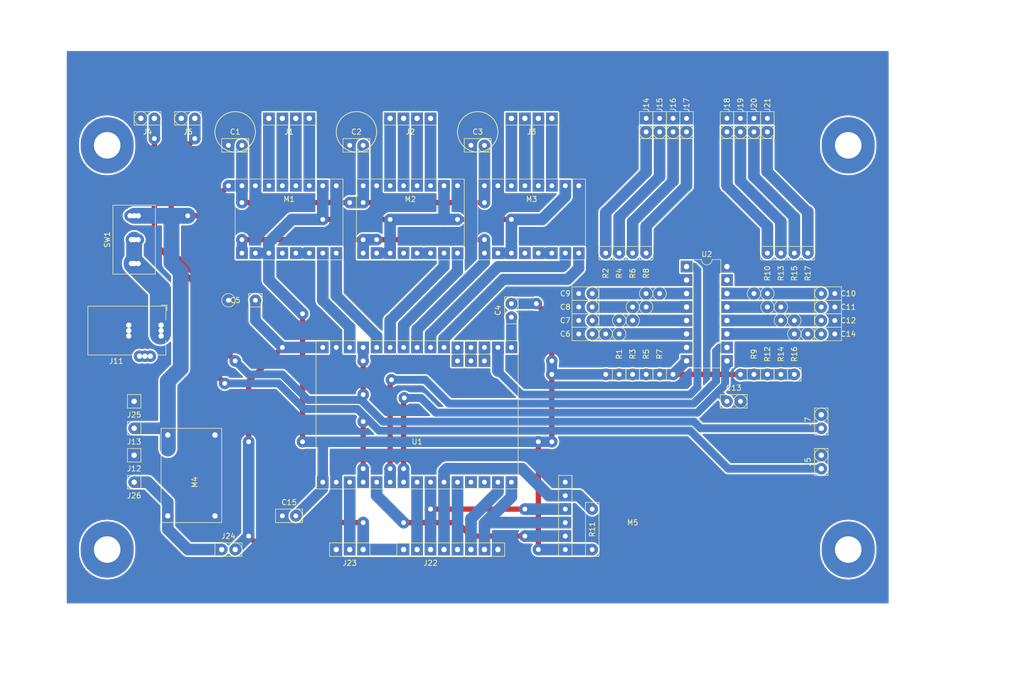
<source format=kicad_pcb>
(kicad_pcb (version 20171130) (host pcbnew "(5.1.6)-1")
  (layers (0 F.Cu signal) (31 B.Cu signal) (34 B.Paste user hide) (35 F.Paste user hide) (36 B.SilkS user hide) (37 F.SilkS user hide) (38 B.Mask user) (39 F.Mask user) (44 Edge.Cuts user))
  (net 0 "")
  (net 1 "Net-(C4-Pad2)")
  (net 2 "Net-(C6-Pad1)")
  (net 3 "Net-(C7-Pad1)")
  (net 4 "Net-(C8-Pad1)")
  (net 5 "Net-(C9-Pad1)")
  (net 6 "Net-(C10-Pad1)")
  (net 7 "Net-(C11-Pad1)")
  (net 8 "Net-(C12-Pad1)")
  (net 9 "Net-(J8-Pad1)")
  (net 10 "Net-(J9-Pad1)")
  (net 11 "Net-(J10-Pad1)")
  (net 12 "Net-(J11-Pad1)")
  (net 13 "Net-(J16-Pad1)")
  (net 14 "Net-(J17-Pad1)")
  (net 15 "Net-(J18-Pad1)")
  (net 16 "Net-(J19-Pad1)")
  (net 17 "Net-(J20-Pad1)")
  (net 18 "Net-(J21-Pad1)")
  (net 19 "Net-(M1-Pad3)")
  (net 20 "Net-(M1-Pad5)")
  (net 21 "Net-(M2-Pad3)")
  (net 22 "Net-(M2-Pad5)")
  (net 23 "Net-(M3-Pad5)")
  (net 24 "Net-(M3-Pad3)")
  (net 25 "Net-(U1-Pad18)")
  (net 26 "Net-(U1-Pad19)")
  (net 27 "Net-(U2-Pad15)")
  (net 28 +24V)
  (net 29 GND)
  (net 30 +3V3)
  (net 31 +5V)
  (net 32 SW_LATCH)
  (net 33 "Net-(C14-Pad1)")
  (net 34 "Net-(J1-Pad1)")
  (net 35 "Net-(J1-Pad2)")
  (net 36 "Net-(J1-Pad3)")
  (net 37 "Net-(J1-Pad4)")
  (net 38 "Net-(J2-Pad4)")
  (net 39 "Net-(J2-Pad3)")
  (net 40 "Net-(J2-Pad2)")
  (net 41 "Net-(J2-Pad1)")
  (net 42 "Net-(J3-Pad1)")
  (net 43 "Net-(J3-Pad2)")
  (net 44 "Net-(J3-Pad3)")
  (net 45 "Net-(J3-Pad4)")
  (net 46 PWM_1)
  (net 47 PWM_2)
  (net 48 "Net-(J14-Pad1)")
  (net 49 "Net-(J15-Pad1)")
  (net 50 X_DIR)
  (net 51 X_STEP)
  (net 52 STEP_EN)
  (net 53 Y_DIR)
  (net 54 Y_STEP)
  (net 55 Z_STEP)
  (net 56 Z_DIR)
  (net 57 MISO)
  (net 58 MCLK)
  (net 59 MOSI)
  (net 60 SD_CS)
  (net 61 SW_CLK)
  (net 62 TOUCH_CS)
  (net 63 TFT_DC)
  (net 64 TFT_CS)
  (net 65 SW_DATA)
  (net 66 LED)
  (net 67 "Net-(J24-Pad2)")
  (module cnc3018-PCB:SW_DPDT_BLUE_LEVER (layer F.Cu) (at 10.16 -66.04 270)
    (fp_text reference SW1 (at 0 5.08 90) (layer F.SilkS))
    (fp_text value POWER)
    (pad 3 thru_hole circle (at 4.5 0 270) (size 2.2 2.2) (drill 1) (layers *.Cu *.Mask) (net 12 "Net-(J11-Pad1)"))
    (pad 2 thru_hole circle (at 0 0 270) (size 2.2 2.2) (drill 1) (layers *.Cu *.Mask) (net 12 "Net-(J11-Pad1)"))
    (pad 1 thru_hole circle (at -4.5 0 270) (size 2.2 2.2) (drill 1) (layers *.Cu *.Mask) (net 28 +24V))
    (pad 1 thru_hole circle (at -4.5 -0.762 270) (size 2.2 2.2) (drill 1) (layers *.Cu *.Mask) (net 28 +24V))
    (pad 1 thru_hole circle (at -4.5 0.762 270) (size 2.2 2.2) (drill 1) (layers *.Cu *.Mask) (net 28 +24V))
    (pad 2 thru_hole circle (at 0 -0.762 270) (size 2.2 2.2) (drill 1) (layers *.Cu *.Mask) (net 12 "Net-(J11-Pad1)"))
    (pad 2 thru_hole circle (at 0 0.508 270) (size 2.2 2.2) (drill 1) (layers *.Cu *.Mask) (net 12 "Net-(J11-Pad1)"))
    (pad 3 thru_hole circle (at 4.5 -0.762 270) (size 2.2 2.2) (drill 1) (layers *.Cu *.Mask) (net 12 "Net-(J11-Pad1)"))
    (pad 3 thru_hole circle (at 4.5 0.508 270) (size 2.2 2.2) (drill 1) (layers *.Cu *.Mask) (net 12 "Net-(J11-Pad1)"))
  )
  (module cnc3018-PCB:myBarrelJack (layer F.Cu) (at 15.24 -48.895)
    (fp_text reference J11 (at -8.45 5.75) (layer F.SilkS))
    (fp_text value Jack-DC)
    (pad 3 thru_hole circle (at -2.032 4.826) (size 2.2 2.2) (drill 1) (layers *.Cu *.Mask))
    (pad 3 thru_hole circle (at -3.048 4.826) (size 2.2 2.2) (drill 1) (layers *.Cu *.Mask))
    (pad 3 thru_hole circle (at -4.064 4.826) (size 2.2 2.2) (drill 1) (layers *.Cu *.Mask))
    (pad 1 thru_hole circle (at 0 1.016) (size 2.2 2.2) (drill 1) (layers *.Cu *.Mask) (net 12 "Net-(J11-Pad1)"))
    (pad 1 thru_hole circle (at 0 0) (size 2.2 2.2) (drill 1) (layers *.Cu *.Mask) (net 12 "Net-(J11-Pad1)"))
    (pad 1 thru_hole circle (at 0 -1.016) (size 2.2 2.2) (drill 1) (layers *.Cu *.Mask) (net 12 "Net-(J11-Pad1)"))
    (pad 2 thru_hole circle (at -6.096 1.016) (size 2.2 2.2) (drill 1) (layers *.Cu *.Mask) (net 29 GND))
    (pad 2 thru_hole circle (at -6.096 0) (size 2.2 2.2) (drill 1) (layers *.Cu *.Mask) (net 29 GND))
    (pad 2 thru_hole circle (at -6.096 -1.016) (size 2.2 2.2) (drill 1) (layers *.Cu *.Mask) (net 29 GND))
  )
  (module cnc3018-PCB:mySkip2 (layer F.Cu) (at 106.68 -63.5 270)
    (fp_text reference R8 (at 3.81 0 90) (layer F.SilkS))
    (fp_text value 100)
    (pad 2 thru_hole circle (at 7.62 0 270) (size 2.2 2.2) (drill 0.9) (layers *.Cu *.Mask) (net 5 "Net-(C9-Pad1)"))
    (pad 1 thru_hole circle (at 0 0 270) (size 2.2 2.2) (drill 0.9) (layers *.Cu *.Mask) (net 14 "Net-(J17-Pad1)"))
  )
  (module cnc3018-PCB:my2pin (layer F.Cu) (at 109.22 -86.36 90)
    (fp_text reference J15 (at 5.08 0 90) (layer F.SilkS))
    (fp_text value X_LIM)
    (pad 1 thru_hole rect (at 0 0 90) (size 2.2 2.2) (drill 0.9) (layers *.Cu *.Mask) (net 49 "Net-(J15-Pad1)"))
    (pad 2 thru_hole rect (at 2.54 0 90) (size 2.2 2.2) (drill 0.9) (layers *.Cu *.Mask) (net 29 GND))
  )
  (module cnc3018-PCB:ESP32-DEV_0 (layer F.Cu) (at 63.5 -33.02)
    (fp_text reference U1 (at 0 5.08) (layer F.SilkS))
    (fp_text value ESP32_DEV_0)
    (pad 30 thru_hole rect (at -17.78 12.7) (size 2.2 2.2) (drill 0.9) (layers *.Cu *.Mask) (net 30 +3V3))
    (pad 29 thru_hole rect (at -15.24 12.7) (size 2.2 2.2) (drill 0.9) (layers *.Cu *.Mask) (net 29 GND))
    (pad 28 thru_hole rect (at -12.7 12.7) (size 2.2 2.2) (drill 0.9) (layers *.Cu *.Mask) (net 66 LED))
    (pad 27 thru_hole rect (at -10.16 12.7) (size 2.2 2.2) (drill 0.9) (layers *.Cu *.Mask) (net 46 PWM_1))
    (pad 26 thru_hole rect (at -7.62 12.7) (size 2.2 2.2) (drill 0.9) (layers *.Cu *.Mask) (net 60 SD_CS))
    (pad 25 thru_hole rect (at -5.08 12.7) (size 2.2 2.2) (drill 0.9) (layers *.Cu *.Mask) (net 61 SW_CLK))
    (pad 24 thru_hole rect (at -2.54 12.7) (size 2.2 2.2) (drill 0.9) (layers *.Cu *.Mask) (net 32 SW_LATCH))
    (pad 23 thru_hole rect (at 0 12.7) (size 2.2 2.2) (drill 0.9) (layers *.Cu *.Mask) (net 62 TOUCH_CS))
    (pad 22 thru_hole rect (at 2.54 12.7) (size 2.2 2.2) (drill 0.9) (layers *.Cu *.Mask) (net 58 MCLK))
    (pad 21 thru_hole rect (at 5.08 12.7) (size 2.2 2.2) (drill 0.9) (layers *.Cu *.Mask) (net 57 MISO))
    (pad 20 thru_hole rect (at 7.62 12.7) (size 2.2 2.2) (drill 0.9) (layers *.Cu *.Mask) (net 63 TFT_DC))
    (pad 19 thru_hole rect (at 10.16 12.7) (size 2.2 2.2) (drill 0.9) (layers *.Cu *.Mask) (net 26 "Net-(U1-Pad19)"))
    (pad 18 thru_hole rect (at 12.7 12.7) (size 2.2 2.2) (drill 0.9) (layers *.Cu *.Mask) (net 25 "Net-(U1-Pad18)"))
    (pad 17 thru_hole rect (at 15.24 12.7) (size 2.2 2.2) (drill 0.9) (layers *.Cu *.Mask) (net 64 TFT_CS))
    (pad 16 thru_hole rect (at 17.78 12.7) (size 2.2 2.2) (drill 0.9) (layers *.Cu *.Mask) (net 59 MOSI))
    (pad 15 thru_hole rect (at 17.78 -12.7) (size 2.2 2.2) (drill 0.9) (layers *.Cu *.Mask) (net 1 "Net-(C4-Pad2)"))
    (pad 14 thru_hole rect (at 15.24 -12.7) (size 2.2 2.2) (drill 0.9) (layers *.Cu *.Mask) (net 65 SW_DATA))
    (pad 13 thru_hole rect (at 12.7 -12.7) (size 2.2 2.2) (drill 0.9) (layers *.Cu *.Mask) (net 11 "Net-(J10-Pad1)"))
    (pad 12 thru_hole rect (at 10.16 -12.7) (size 2.2 2.2) (drill 0.9) (layers *.Cu *.Mask) (net 10 "Net-(J9-Pad1)"))
    (pad 11 thru_hole rect (at 7.62 -12.7) (size 2.2 2.2) (drill 0.9) (layers *.Cu *.Mask) (net 9 "Net-(J8-Pad1)"))
    (pad 10 thru_hole rect (at 5.08 -12.7) (size 2.2 2.2) (drill 0.9) (layers *.Cu *.Mask) (net 56 Z_DIR))
    (pad 9 thru_hole rect (at 2.54 -12.7) (size 2.2 2.2) (drill 0.9) (layers *.Cu *.Mask) (net 55 Z_STEP))
    (pad 8 thru_hole rect (at 0 -12.7) (size 2.2 2.2) (drill 0.9) (layers *.Cu *.Mask) (net 52 STEP_EN))
    (pad 7 thru_hole rect (at -2.54 -12.7) (size 2.2 2.2) (drill 0.9) (layers *.Cu *.Mask) (net 53 Y_DIR))
    (pad 6 thru_hole rect (at -5.08 -12.7) (size 2.2 2.2) (drill 0.9) (layers *.Cu *.Mask) (net 54 Y_STEP))
    (pad 5 thru_hole rect (at -7.62 -12.7) (size 2.2 2.2) (drill 0.9) (layers *.Cu *.Mask) (net 50 X_DIR))
    (pad 4 thru_hole rect (at -10.16 -12.7) (size 2.2 2.2) (drill 0.9) (layers *.Cu *.Mask) (net 47 PWM_2))
    (pad 3 thru_hole rect (at -12.7 -12.7) (size 2.2 2.2) (drill 0.9) (layers *.Cu *.Mask) (net 51 X_STEP))
    (pad 2 thru_hole rect (at -15.24 -12.7) (size 2.2 2.2) (drill 0.9) (layers *.Cu *.Mask) (net 29 GND))
    (pad 1 thru_hole rect (at -17.78 -12.7) (size 2.2 2.2) (drill 0.9) (layers *.Cu *.Mask) (net 31 +5V))
  )
  (module cnc3018-PCB:my2pin (layer F.Cu) (at 30.48 -83.82 180)
    (fp_text reference C1 (at 1.27 2.54) (layer F.SilkS))
    (fp_text value 100uf)
    (pad 1 thru_hole circle (at 0 0 180) (size 2.2 2.2) (drill 0.9) (layers *.Cu *.Mask) (net 28 +24V))
    (pad 2 thru_hole circle (at 2.54 0 180) (size 2.2 2.2) (drill 0.9) (layers *.Cu *.Mask) (net 29 GND))
  )
  (module cnc3018-PCB:my2pin (layer F.Cu) (at 53.34 -83.82 180)
    (fp_text reference C2 (at 1.27 2.54) (layer F.SilkS))
    (fp_text value 100uf)
    (pad 2 thru_hole circle (at 2.54 0 180) (size 2.2 2.2) (drill 0.9) (layers *.Cu *.Mask) (net 29 GND))
    (pad 1 thru_hole circle (at 0 0 180) (size 2.2 2.2) (drill 0.9) (layers *.Cu *.Mask) (net 28 +24V))
  )
  (module cnc3018-PCB:my2pin (layer F.Cu) (at 81.28 -53.975 270)
    (fp_text reference C4 (at 1.27 2.54 90) (layer F.SilkS))
    (fp_text value 10uF)
    (pad 1 thru_hole circle (at 0 0 270) (size 2.2 2.2) (drill 0.9) (layers *.Cu *.Mask) (net 30 +3V3))
    (pad 2 thru_hole circle (at 2.54 0 270) (size 2.2 2.2) (drill 0.9) (layers *.Cu *.Mask) (net 1 "Net-(C4-Pad2)"))
  )
  (module cnc3018-PCB:my2pin (layer F.Cu) (at 76.2 -83.82 180)
    (fp_text reference C3 (at 1.27 2.54) (layer F.SilkS))
    (fp_text value 100uf)
    (pad 1 thru_hole circle (at 0 0 180) (size 2.2 2.2) (drill 0.9) (layers *.Cu *.Mask) (net 28 +24V))
    (pad 2 thru_hole circle (at 2.54 0 180) (size 2.2 2.2) (drill 0.9) (layers *.Cu *.Mask) (net 29 GND))
  )
  (module cnc3018-PCB:my2pin (layer F.Cu) (at 96.52 -48.26 180)
    (fp_text reference C6 (at 5.08 0) (layer F.SilkS))
    (fp_text value 100nf)
    (pad 1 thru_hole circle (at 0 0 180) (size 2.2 2.2) (drill 0.9) (layers *.Cu *.Mask) (net 2 "Net-(C6-Pad1)"))
    (pad 2 thru_hole circle (at 2.54 0 180) (size 2.2 2.2) (drill 0.9) (layers *.Cu *.Mask) (net 29 GND))
  )
  (module cnc3018-PCB:my2pin (layer F.Cu) (at 96.52 -50.8 180)
    (fp_text reference C7 (at 5.08 0) (layer F.SilkS))
    (fp_text value 100nf)
    (pad 2 thru_hole circle (at 2.54 0 180) (size 2.2 2.2) (drill 0.9) (layers *.Cu *.Mask) (net 29 GND))
    (pad 1 thru_hole circle (at 0 0 180) (size 2.2 2.2) (drill 0.9) (layers *.Cu *.Mask) (net 3 "Net-(C7-Pad1)"))
  )
  (module cnc3018-PCB:my2pin (layer F.Cu) (at 96.52 -53.34 180)
    (fp_text reference C8 (at 5.08 0) (layer F.SilkS))
    (fp_text value 100nf)
    (pad 1 thru_hole circle (at 0 0 180) (size 2.2 2.2) (drill 0.9) (layers *.Cu *.Mask) (net 4 "Net-(C8-Pad1)"))
    (pad 2 thru_hole circle (at 2.54 0 180) (size 2.2 2.2) (drill 0.9) (layers *.Cu *.Mask) (net 29 GND))
  )
  (module cnc3018-PCB:my2pin (layer F.Cu) (at 96.52 -55.88 180)
    (fp_text reference C9 (at 5.08 0) (layer F.SilkS))
    (fp_text value 100nf)
    (pad 2 thru_hole circle (at 2.54 0 180) (size 2.2 2.2) (drill 0.9) (layers *.Cu *.Mask) (net 29 GND))
    (pad 1 thru_hole circle (at 0 0 180) (size 2.2 2.2) (drill 0.9) (layers *.Cu *.Mask) (net 5 "Net-(C9-Pad1)"))
  )
  (module cnc3018-PCB:my2pin (layer F.Cu) (at 139.7 -55.88)
    (fp_text reference C10 (at 5.08 0) (layer F.SilkS))
    (fp_text value 100nf)
    (pad 1 thru_hole circle (at 0 0) (size 2.2 2.2) (drill 0.9) (layers *.Cu *.Mask) (net 6 "Net-(C10-Pad1)"))
    (pad 2 thru_hole circle (at 2.54 0) (size 2.2 2.2) (drill 0.9) (layers *.Cu *.Mask) (net 29 GND))
  )
  (module cnc3018-PCB:my2pin (layer F.Cu) (at 139.7 -53.34)
    (fp_text reference C11 (at 5.08 0) (layer F.SilkS))
    (fp_text value 100nf)
    (pad 2 thru_hole circle (at 2.54 0) (size 2.2 2.2) (drill 0.9) (layers *.Cu *.Mask) (net 29 GND))
    (pad 1 thru_hole circle (at 0 0) (size 2.2 2.2) (drill 0.9) (layers *.Cu *.Mask) (net 7 "Net-(C11-Pad1)"))
  )
  (module cnc3018-PCB:my2pin (layer F.Cu) (at 139.7 -50.8)
    (fp_text reference C12 (at 5.08 0) (layer F.SilkS))
    (fp_text value 100nf)
    (pad 1 thru_hole circle (at 0 0) (size 2.2 2.2) (drill 0.9) (layers *.Cu *.Mask) (net 8 "Net-(C12-Pad1)"))
    (pad 2 thru_hole circle (at 2.54 0) (size 2.2 2.2) (drill 0.9) (layers *.Cu *.Mask) (net 29 GND))
  )
  (module cnc3018-PCB:my2pin (layer F.Cu) (at 139.7 -48.26)
    (fp_text reference C14 (at 5.08 0) (layer F.SilkS))
    (fp_text value 100nf)
    (pad 2 thru_hole circle (at 2.54 0) (size 2.2 2.2) (drill 0.9) (layers *.Cu *.Mask) (net 29 GND))
    (pad 1 thru_hole circle (at 0 0) (size 2.2 2.2) (drill 0.9) (layers *.Cu *.Mask) (net 33 "Net-(C14-Pad1)"))
  )
  (module cnc3018-PCB:my1pin (layer F.Cu) (at 71.12 -43.18)
    (fp_text reference J8 hide)
    (fp_text value bbb hide)
    (pad 1 thru_hole rect (at 0 0) (size 2.2 2.2) (drill 0.9) (layers *.Cu *.Mask) (net 9 "Net-(J8-Pad1)"))
  )
  (module cnc3018-PCB:my1pin (layer F.Cu) (at 73.66 -43.18)
    (fp_text reference J9 hide)
    (fp_text value bbb hide)
    (pad 1 thru_hole rect (at 0 0) (size 2.2 2.2) (drill 0.9) (layers *.Cu *.Mask) (net 10 "Net-(J9-Pad1)"))
  )
  (module cnc3018-PCB:my1pin (layer F.Cu) (at 76.2 -43.18)
    (fp_text reference J10 hide)
    (fp_text value bbb hide)
    (pad 1 thru_hole rect (at 0 0) (size 2.2 2.2) (drill 0.9) (layers *.Cu *.Mask) (net 11 "Net-(J10-Pad1)"))
  )
  (module cnc3018-PCB:my2pin (layer F.Cu) (at 106.68 -86.36 90)
    (fp_text reference J14 (at 5.08 0 90) (layer F.SilkS))
    (fp_text value X_ZERO)
    (pad 2 thru_hole rect (at 2.54 0 90) (size 2.2 2.2) (drill 0.9) (layers *.Cu *.Mask) (net 29 GND))
    (pad 1 thru_hole rect (at 0 0 90) (size 2.2 2.2) (drill 0.9) (layers *.Cu *.Mask) (net 48 "Net-(J14-Pad1)"))
  )
  (module cnc3018-PCB:my3pin (layer F.Cu) (at 50.8 -7.62 180)
    (fp_text reference J23 (at 0 -2.54) (layer F.SilkS))
    (fp_text value "WS2812B Strip")
    (pad 1 thru_hole rect (at -2.54 0 180) (size 2.2 2.2) (drill 1) (layers *.Cu *.Mask) (net 31 +5V))
    (pad 2 thru_hole rect (at 0 0 180) (size 2.2 2.2) (drill 1) (layers *.Cu *.Mask) (net 66 LED))
    (pad 3 thru_hole rect (at 2.54 0 180) (size 2.2 2.2) (drill 1) (layers *.Cu *.Mask) (net 29 GND))
  )
  (module cnc3018-PCB:my8Pin (layer F.Cu) (at 71.12 -7.62 180)
    (fp_text reference J22 (at 5.08 -2.54) (layer F.SilkS))
    (fp_text value Display)
    (pad 1 thru_hole rect (at -7.62 0 180) (size 2.2 2.2) (drill 1) (layers *.Cu *.Mask) (net 29 GND))
    (pad 2 thru_hole rect (at -5.08 0 180) (size 2.2 2.2) (drill 1) (layers *.Cu *.Mask) (net 59 MOSI))
    (pad 3 thru_hole rect (at -2.54 0 180) (size 2.2 2.2) (drill 1) (layers *.Cu *.Mask) (net 64 TFT_CS))
    (pad 4 thru_hole rect (at 0 0 180) (size 2.2 2.2) (drill 1) (layers *.Cu *.Mask) (net 63 TFT_DC))
    (pad 5 thru_hole rect (at 2.54 0 180) (size 2.2 2.2) (drill 1) (layers *.Cu *.Mask) (net 57 MISO))
    (pad 6 thru_hole rect (at 5.08 0 180) (size 2.2 2.2) (drill 1) (layers *.Cu *.Mask) (net 58 MCLK))
    (pad 7 thru_hole rect (at 7.62 0 180) (size 2.2 2.2) (drill 1) (layers *.Cu *.Mask) (net 62 TOUCH_CS))
    (pad 8 thru_hole rect (at 10.16 0 180) (size 2.2 2.2) (drill 1) (layers *.Cu *.Mask) (net 31 +5V))
  )
  (module cnc3018-PCB:my2pin (layer F.Cu) (at 111.76 -86.36 90)
    (fp_text reference J16 (at 5.08 0 90) (layer F.SilkS))
    (fp_text value Y_ZERO)
    (pad 2 thru_hole rect (at 2.54 0 90) (size 2.2 2.2) (drill 0.9) (layers *.Cu *.Mask) (net 29 GND))
    (pad 1 thru_hole rect (at 0 0 90) (size 2.2 2.2) (drill 0.9) (layers *.Cu *.Mask) (net 13 "Net-(J16-Pad1)"))
  )
  (module cnc3018-PCB:my2pin (layer F.Cu) (at 114.3 -86.36 90)
    (fp_text reference J17 (at 5.08 0 90) (layer F.SilkS))
    (fp_text value Y_LIM)
    (pad 2 thru_hole rect (at 2.54 0 90) (size 2.2 2.2) (drill 0.9) (layers *.Cu *.Mask) (net 29 GND))
    (pad 1 thru_hole rect (at 0 0 90) (size 2.2 2.2) (drill 0.9) (layers *.Cu *.Mask) (net 14 "Net-(J17-Pad1)"))
  )
  (module cnc3018-PCB:my2pin (layer F.Cu) (at 121.92 -86.36 90)
    (fp_text reference J18 (at 5.08 0 90) (layer F.SilkS))
    (fp_text value Z_ZERO)
    (pad 2 thru_hole rect (at 2.54 0 90) (size 2.2 2.2) (drill 0.9) (layers *.Cu *.Mask) (net 29 GND))
    (pad 1 thru_hole rect (at 0 0 90) (size 2.2 2.2) (drill 0.9) (layers *.Cu *.Mask) (net 15 "Net-(J18-Pad1)"))
  )
  (module cnc3018-PCB:my2pin (layer F.Cu) (at 124.46 -86.36 90)
    (fp_text reference J19 (at 5.08 0 90) (layer F.SilkS))
    (fp_text value Z_LIM)
    (pad 1 thru_hole rect (at 0 0 90) (size 2.2 2.2) (drill 0.9) (layers *.Cu *.Mask) (net 16 "Net-(J19-Pad1)"))
    (pad 2 thru_hole rect (at 2.54 0 90) (size 2.2 2.2) (drill 0.9) (layers *.Cu *.Mask) (net 29 GND))
  )
  (module cnc3018-PCB:my2pin (layer F.Cu) (at 127 -86.36 90)
    (fp_text reference J20 (at 5.08 0 90) (layer F.SilkS))
    (fp_text value PROBE)
    (pad 1 thru_hole rect (at 0 0 90) (size 2.2 2.2) (drill 0.9) (layers *.Cu *.Mask) (net 17 "Net-(J20-Pad1)"))
    (pad 2 thru_hole rect (at 2.54 0 90) (size 2.2 2.2) (drill 0.9) (layers *.Cu *.Mask) (net 29 GND))
  )
  (module cnc3018-PCB:my2pin (layer F.Cu) (at 129.54 -86.36 90)
    (fp_text reference J21 (at 5.08 0 90) (layer F.SilkS))
    (fp_text value UNUSED)
    (pad 2 thru_hole rect (at 2.54 0 90) (size 2.2 2.2) (drill 0.9) (layers *.Cu *.Mask) (net 29 GND))
    (pad 1 thru_hole rect (at 0 0 90) (size 2.2 2.2) (drill 0.9) (layers *.Cu *.Mask) (net 18 "Net-(J21-Pad1)"))
  )
  (module cnc3018-PCB:a498 (layer F.Cu) (at 40.64 -68.58 180)
    (fp_text reference M1 (at 1.27 5.08) (layer F.SilkS))
    (fp_text value A4988 hide)
    (pad 1 thru_hole rect (at -7.62 -5.08 180) (size 2.2 2.2) (drill 0.9) (layers *.Cu *.Mask) (net 50 X_DIR))
    (pad 2 thru_hole rect (at -5.08 -5.08 180) (size 2.2 2.2) (drill 0.9) (layers *.Cu *.Mask) (net 51 X_STEP))
    (pad 3 thru_hole rect (at -2.54 -5.08 180) (size 2.2 2.2) (drill 0.9) (layers *.Cu *.Mask) (net 19 "Net-(M1-Pad3)"))
    (pad 4 thru_hole rect (at 0 -5.08 180) (size 2.2 2.2) (drill 0.9) (layers *.Cu *.Mask) (net 19 "Net-(M1-Pad3)"))
    (pad 5 thru_hole rect (at 2.54 -5.08 180) (size 2.2 2.2) (drill 0.9) (layers *.Cu *.Mask) (net 20 "Net-(M1-Pad5)"))
    (pad 6 thru_hole rect (at 5.08 -5.08 180) (size 2.2 2.2) (drill 0.9) (layers *.Cu *.Mask) (net 30 +3V3))
    (pad 7 thru_hole rect (at 7.62 -5.08 180) (size 2.2 2.2) (drill 0.9) (layers *.Cu *.Mask) (net 30 +3V3))
    (pad 8 thru_hole rect (at 10.16 -5.08 180) (size 2.2 2.2) (drill 0.9) (layers *.Cu *.Mask) (net 52 STEP_EN))
    (pad 16 thru_hole rect (at -7.62 7.62 180) (size 2.2 2.2) (drill 0.9) (layers *.Cu *.Mask) (net 29 GND))
    (pad 15 thru_hole rect (at -5.08 7.62 180) (size 2.2 2.2) (drill 0.9) (layers *.Cu *.Mask) (net 30 +3V3))
    (pad 14 thru_hole rect (at -2.54 7.62 180) (size 2.2 2.2) (drill 0.9) (layers *.Cu *.Mask) (net 37 "Net-(J1-Pad4)"))
    (pad 13 thru_hole rect (at 0 7.62 180) (size 2.2 2.2) (drill 0.9) (layers *.Cu *.Mask) (net 36 "Net-(J1-Pad3)"))
    (pad 12 thru_hole rect (at 2.54 7.62 180) (size 2.2 2.2) (drill 0.9) (layers *.Cu *.Mask) (net 35 "Net-(J1-Pad2)"))
    (pad 11 thru_hole rect (at 5.08 7.62 180) (size 2.2 2.2) (drill 0.9) (layers *.Cu *.Mask) (net 34 "Net-(J1-Pad1)"))
    (pad 10 thru_hole rect (at 7.62 7.62 180) (size 2.2 2.2) (drill 0.9) (layers *.Cu *.Mask) (net 29 GND))
    (pad 9 thru_hole rect (at 10.16 7.62 180) (size 2.2 2.2) (drill 0.9) (layers *.Cu *.Mask) (net 28 +24V))
  )
  (module cnc3018-PCB:a498 (layer F.Cu) (at 63.5 -68.58 180)
    (fp_text reference M2 (at 1.27 5.08) (layer F.SilkS))
    (fp_text value A4988 hide)
    (pad 1 thru_hole rect (at -7.62 -5.08 180) (size 2.2 2.2) (drill 0.9) (layers *.Cu *.Mask) (net 53 Y_DIR))
    (pad 2 thru_hole rect (at -5.08 -5.08 180) (size 2.2 2.2) (drill 0.9) (layers *.Cu *.Mask) (net 54 Y_STEP))
    (pad 3 thru_hole rect (at -2.54 -5.08 180) (size 2.2 2.2) (drill 0.9) (layers *.Cu *.Mask) (net 21 "Net-(M2-Pad3)"))
    (pad 4 thru_hole rect (at 0 -5.08 180) (size 2.2 2.2) (drill 0.9) (layers *.Cu *.Mask) (net 21 "Net-(M2-Pad3)"))
    (pad 5 thru_hole rect (at 2.54 -5.08 180) (size 2.2 2.2) (drill 0.9) (layers *.Cu *.Mask) (net 22 "Net-(M2-Pad5)"))
    (pad 6 thru_hole rect (at 5.08 -5.08 180) (size 2.2 2.2) (drill 0.9) (layers *.Cu *.Mask) (net 30 +3V3))
    (pad 7 thru_hole rect (at 7.62 -5.08 180) (size 2.2 2.2) (drill 0.9) (layers *.Cu *.Mask) (net 30 +3V3))
    (pad 8 thru_hole rect (at 10.16 -5.08 180) (size 2.2 2.2) (drill 0.9) (layers *.Cu *.Mask) (net 52 STEP_EN))
    (pad 16 thru_hole rect (at -7.62 7.62 180) (size 2.2 2.2) (drill 0.9) (layers *.Cu *.Mask) (net 29 GND))
    (pad 15 thru_hole rect (at -5.08 7.62 180) (size 2.2 2.2) (drill 0.9) (layers *.Cu *.Mask) (net 30 +3V3))
    (pad 14 thru_hole rect (at -2.54 7.62 180) (size 2.2 2.2) (drill 0.9) (layers *.Cu *.Mask) (net 38 "Net-(J2-Pad4)"))
    (pad 13 thru_hole rect (at 0 7.62 180) (size 2.2 2.2) (drill 0.9) (layers *.Cu *.Mask) (net 39 "Net-(J2-Pad3)"))
    (pad 12 thru_hole rect (at 2.54 7.62 180) (size 2.2 2.2) (drill 0.9) (layers *.Cu *.Mask) (net 40 "Net-(J2-Pad2)"))
    (pad 11 thru_hole rect (at 5.08 7.62 180) (size 2.2 2.2) (drill 0.9) (layers *.Cu *.Mask) (net 41 "Net-(J2-Pad1)"))
    (pad 10 thru_hole rect (at 7.62 7.62 180) (size 2.2 2.2) (drill 0.9) (layers *.Cu *.Mask) (net 29 GND))
    (pad 9 thru_hole rect (at 10.16 7.62 180) (size 2.2 2.2) (drill 0.9) (layers *.Cu *.Mask) (net 28 +24V))
  )
  (module cnc3018-PCB:a498 (layer F.Cu) (at 86.36 -68.58 180)
    (fp_text reference M3 (at 1.27 5.08) (layer F.SilkS))
    (fp_text value A4988)
    (pad 9 thru_hole rect (at 10.16 7.62 180) (size 2.2 2.2) (drill 0.9) (layers *.Cu *.Mask) (net 28 +24V))
    (pad 10 thru_hole rect (at 7.62 7.62 180) (size 2.2 2.2) (drill 0.9) (layers *.Cu *.Mask) (net 29 GND))
    (pad 11 thru_hole rect (at 5.08 7.62 180) (size 2.2 2.2) (drill 0.9) (layers *.Cu *.Mask) (net 42 "Net-(J3-Pad1)"))
    (pad 12 thru_hole rect (at 2.54 7.62 180) (size 2.2 2.2) (drill 0.9) (layers *.Cu *.Mask) (net 43 "Net-(J3-Pad2)"))
    (pad 13 thru_hole rect (at 0 7.62 180) (size 2.2 2.2) (drill 0.9) (layers *.Cu *.Mask) (net 44 "Net-(J3-Pad3)"))
    (pad 14 thru_hole rect (at -2.54 7.62 180) (size 2.2 2.2) (drill 0.9) (layers *.Cu *.Mask) (net 45 "Net-(J3-Pad4)"))
    (pad 15 thru_hole rect (at -5.08 7.62 180) (size 2.2 2.2) (drill 0.9) (layers *.Cu *.Mask) (net 30 +3V3))
    (pad 16 thru_hole rect (at -7.62 7.62 180) (size 2.2 2.2) (drill 0.9) (layers *.Cu *.Mask) (net 29 GND))
    (pad 8 thru_hole rect (at 10.16 -5.08 180) (size 2.2 2.2) (drill 0.9) (layers *.Cu *.Mask) (net 52 STEP_EN))
    (pad 7 thru_hole rect (at 7.62 -5.08 180) (size 2.2 2.2) (drill 0.9) (layers *.Cu *.Mask) (net 30 +3V3))
    (pad 6 thru_hole rect (at 5.08 -5.08 180) (size 2.2 2.2) (drill 0.9) (layers *.Cu *.Mask) (net 30 +3V3))
    (pad 5 thru_hole rect (at 2.54 -5.08 180) (size 2.2 2.2) (drill 0.9) (layers *.Cu *.Mask) (net 23 "Net-(M3-Pad5)"))
    (pad 4 thru_hole rect (at 0 -5.08 180) (size 2.2 2.2) (drill 0.9) (layers *.Cu *.Mask) (net 24 "Net-(M3-Pad3)"))
    (pad 3 thru_hole rect (at -2.54 -5.08 180) (size 2.2 2.2) (drill 0.9) (layers *.Cu *.Mask) (net 24 "Net-(M3-Pad3)"))
    (pad 2 thru_hole rect (at -5.08 -5.08 180) (size 2.2 2.2) (drill 0.9) (layers *.Cu *.Mask) (net 55 Z_STEP))
    (pad 1 thru_hole rect (at -7.62 -5.08 180) (size 2.2 2.2) (drill 0.9) (layers *.Cu *.Mask) (net 56 Z_DIR))
  )
  (module cnc3018-PCB:my6Pin (layer F.Cu) (at 91.44 -20.32 270)
    (fp_text reference M5 (at 7.62 -12.7 180) (layer F.SilkS))
    (fp_text value SD_TYP0)
    (pad 1 thru_hole rect (at 0 0 270) (size 2.2 2.2) (drill 0.9) (layers *.Cu *.Mask) (net 29 GND))
    (pad 2 thru_hole rect (at 2.54 0 270) (size 2.2 2.2) (drill 0.9) (layers *.Cu *.Mask) (net 57 MISO))
    (pad 3 thru_hole rect (at 5.08 0 270) (size 2.2 2.2) (drill 0.9) (layers *.Cu *.Mask) (net 58 MCLK))
    (pad 4 thru_hole rect (at 7.62 0 270) (size 2.2 2.2) (drill 0.9) (layers *.Cu *.Mask) (net 59 MOSI))
    (pad 5 thru_hole rect (at 10.16 0 270) (size 2.2 2.2) (drill 0.9) (layers *.Cu *.Mask) (net 60 SD_CS))
    (pad 6 thru_hole rect (at 12.7 0 270) (size 2.2 2.2) (drill 0.9) (layers *.Cu *.Mask) (net 30 +3V3))
  )
  (module cnc3018-PCB:myResistor (layer F.Cu) (at 96.52 -7.62 90)
    (fp_text reference R11 (at 3.81 0 90) (layer F.SilkS))
    (fp_text value 10K)
    (pad 1 thru_hole circle (at 0 0 90) (size 2.2 2.2) (drill 0.9) (layers *.Cu *.Mask) (net 30 +3V3))
    (pad 2 thru_hole circle (at 7.62 0 90) (size 2.2 2.2) (drill 0.9) (layers *.Cu *.Mask) (net 57 MISO))
  )
  (module cnc3018-PCB:mySkip2 (layer F.Cu) (at 101.6 -40.64 90)
    (fp_text reference R1 (at 3.81 0 90) (layer F.SilkS))
    (fp_text value 10K)
    (pad 1 thru_hole circle (at 0 0 90) (size 2.2 2.2) (drill 0.9) (layers *.Cu *.Mask) (net 30 +3V3))
    (pad 2 thru_hole circle (at 7.62 0 90) (size 2.2 2.2) (drill 0.9) (layers *.Cu *.Mask) (net 2 "Net-(C6-Pad1)"))
  )
  (module cnc3018-PCB:mySkip5 (layer F.Cu) (at 99.06 -63.5 270)
    (fp_text reference R2 (at 3.81 0 90) (layer F.SilkS))
    (fp_text value 100)
    (pad 2 thru_hole circle (at 15.24 0 270) (size 2.2 2.2) (drill 0.9) (layers *.Cu *.Mask) (net 2 "Net-(C6-Pad1)"))
    (pad 1 thru_hole circle (at 0 0 270) (size 2.2 2.2) (drill 0.9) (layers *.Cu *.Mask) (net 48 "Net-(J14-Pad1)"))
  )
  (module cnc3018-PCB:mySkip3 (layer F.Cu) (at 104.14 -40.64 90)
    (fp_text reference R3 (at 3.81 0 90) (layer F.SilkS))
    (fp_text value 10K)
    (pad 1 thru_hole circle (at 0 0 90) (size 2.2 2.2) (drill 0.9) (layers *.Cu *.Mask) (net 30 +3V3))
    (pad 2 thru_hole circle (at 10.16 0 90) (size 2.2 2.2) (drill 0.9) (layers *.Cu *.Mask) (net 3 "Net-(C7-Pad1)"))
  )
  (module cnc3018-PCB:mySkip4 (layer F.Cu) (at 101.6 -63.5 270)
    (fp_text reference R4 (at 3.81 0 90) (layer F.SilkS))
    (fp_text value 100)
    (pad 2 thru_hole circle (at 12.7 0 270) (size 2.2 2.2) (drill 0.9) (layers *.Cu *.Mask) (net 3 "Net-(C7-Pad1)"))
    (pad 1 thru_hole circle (at 0 0 270) (size 2.2 2.2) (drill 0.9) (layers *.Cu *.Mask) (net 49 "Net-(J15-Pad1)"))
  )
  (module cnc3018-PCB:mySkip4 (layer F.Cu) (at 106.68 -40.64 90)
    (fp_text reference R5 (at 3.81 0 90) (layer F.SilkS))
    (fp_text value 10K)
    (pad 2 thru_hole circle (at 12.7 0 90) (size 2.2 2.2) (drill 0.9) (layers *.Cu *.Mask) (net 4 "Net-(C8-Pad1)"))
    (pad 1 thru_hole circle (at 0 0 90) (size 2.2 2.2) (drill 0.9) (layers *.Cu *.Mask) (net 30 +3V3))
  )
  (module cnc3018-PCB:mySkip3 (layer F.Cu) (at 104.14 -63.5 270)
    (fp_text reference R6 (at 3.81 0 90) (layer F.SilkS))
    (fp_text value 100)
    (pad 2 thru_hole circle (at 10.16 0 270) (size 2.2 2.2) (drill 0.9) (layers *.Cu *.Mask) (net 4 "Net-(C8-Pad1)"))
    (pad 1 thru_hole circle (at 0 0 270) (size 2.2 2.2) (drill 0.9) (layers *.Cu *.Mask) (net 13 "Net-(J16-Pad1)"))
  )
  (module cnc3018-PCB:mySkip5 (layer F.Cu) (at 109.22 -40.64 90)
    (fp_text reference R7 (at 3.81 0 90) (layer F.SilkS))
    (fp_text value 10K)
    (pad 2 thru_hole circle (at 15.24 0 90) (size 2.2 2.2) (drill 0.9) (layers *.Cu *.Mask) (net 5 "Net-(C9-Pad1)"))
    (pad 1 thru_hole circle (at 0 0 90) (size 2.2 2.2) (drill 0.9) (layers *.Cu *.Mask) (net 30 +3V3))
  )
  (module cnc3018-PCB:mySkip5 (layer F.Cu) (at 127 -40.64 90)
    (fp_text reference R9 (at 3.81 0 90) (layer F.SilkS))
    (fp_text value 10K)
    (pad 1 thru_hole circle (at 0 0 90) (size 2.2 2.2) (drill 0.9) (layers *.Cu *.Mask) (net 30 +3V3))
    (pad 2 thru_hole circle (at 15.24 0 90) (size 2.2 2.2) (drill 0.9) (layers *.Cu *.Mask) (net 6 "Net-(C10-Pad1)"))
  )
  (module cnc3018-PCB:mySkip2 (layer F.Cu) (at 129.54 -63.5 270)
    (fp_text reference R10 (at 3.81 0 90) (layer F.SilkS))
    (fp_text value 100)
    (pad 1 thru_hole circle (at 0 0 270) (size 2.2 2.2) (drill 0.9) (layers *.Cu *.Mask) (net 15 "Net-(J18-Pad1)"))
    (pad 2 thru_hole circle (at 7.62 0 270) (size 2.2 2.2) (drill 0.9) (layers *.Cu *.Mask) (net 6 "Net-(C10-Pad1)"))
  )
  (module cnc3018-PCB:mySkip4 (layer F.Cu) (at 129.54 -40.64 90)
    (fp_text reference R12 (at 3.81 0 90) (layer F.SilkS))
    (fp_text value 10K)
    (pad 1 thru_hole circle (at 0 0 90) (size 2.2 2.2) (drill 0.9) (layers *.Cu *.Mask) (net 30 +3V3))
    (pad 2 thru_hole circle (at 12.7 0 90) (size 2.2 2.2) (drill 0.9) (layers *.Cu *.Mask) (net 7 "Net-(C11-Pad1)"))
  )
  (module cnc3018-PCB:mySkip3 (layer F.Cu) (at 132.08 -63.5 270)
    (fp_text reference R13 (at 3.81 0 90) (layer F.SilkS))
    (fp_text value 100)
    (pad 1 thru_hole circle (at 0 0 270) (size 2.2 2.2) (drill 0.9) (layers *.Cu *.Mask) (net 16 "Net-(J19-Pad1)"))
    (pad 2 thru_hole circle (at 10.16 0 270) (size 2.2 2.2) (drill 0.9) (layers *.Cu *.Mask) (net 7 "Net-(C11-Pad1)"))
  )
  (module cnc3018-PCB:mySkip3 (layer F.Cu) (at 132.08 -40.64 90)
    (fp_text reference R14 (at 3.81 0 90) (layer F.SilkS))
    (fp_text value 10K)
    (pad 2 thru_hole circle (at 10.16 0 90) (size 2.2 2.2) (drill 0.9) (layers *.Cu *.Mask) (net 8 "Net-(C12-Pad1)"))
    (pad 1 thru_hole circle (at 0 0 90) (size 2.2 2.2) (drill 0.9) (layers *.Cu *.Mask) (net 30 +3V3))
  )
  (module cnc3018-PCB:mySkip4 (layer F.Cu) (at 134.62 -63.5 270)
    (fp_text reference R15 (at 3.81 0 90) (layer F.SilkS))
    (fp_text value 100)
    (pad 1 thru_hole circle (at 0 0 270) (size 2.2 2.2) (drill 0.9) (layers *.Cu *.Mask) (net 17 "Net-(J20-Pad1)"))
    (pad 2 thru_hole circle (at 12.7 0 270) (size 2.2 2.2) (drill 0.9) (layers *.Cu *.Mask) (net 8 "Net-(C12-Pad1)"))
  )
  (module cnc3018-PCB:mySkip2 (layer F.Cu) (at 134.62 -40.64 90)
    (fp_text reference R16 (at 3.81 0 90) (layer F.SilkS))
    (fp_text value 10K)
    (pad 2 thru_hole circle (at 7.62 0 90) (size 2.2 2.2) (drill 0.9) (layers *.Cu *.Mask) (net 33 "Net-(C14-Pad1)"))
    (pad 1 thru_hole circle (at 0 0 90) (size 2.2 2.2) (drill 0.9) (layers *.Cu *.Mask) (net 30 +3V3))
  )
  (module cnc3018-PCB:mySkip5 (layer F.Cu) (at 137.16 -63.5 270)
    (fp_text reference R17 (at 3.81 0 90) (layer F.SilkS))
    (fp_text value 100)
    (pad 1 thru_hole circle (at 0 0 270) (size 2.2 2.2) (drill 0.9) (layers *.Cu *.Mask) (net 18 "Net-(J21-Pad1)"))
    (pad 2 thru_hole circle (at 15.24 0 270) (size 2.2 2.2) (drill 0.9) (layers *.Cu *.Mask) (net 33 "Net-(C14-Pad1)"))
  )
  (module cnc3018-PCB:myDip16 (layer F.Cu) (at 114.3 -60.96)
    (fp_text reference U2 (at 3.81 -2.33) (layer F.SilkS))
    (fp_text value 74HC165)
    (pad 1 thru_hole rect (at 0 0) (size 2.2 2.2) (drill 1) (layers *.Cu *.Mask) (net 65 SW_DATA))
    (pad 9 thru_hole rect (at 7.62 17.78) (size 2.2 2.2) (drill 1) (layers *.Cu *.Mask) (net 32 SW_LATCH))
    (pad 2 thru_hole rect (at 0 2.54) (size 2.2 2.2) (drill 1) (layers *.Cu *.Mask) (net 29 GND))
    (pad 10 thru_hole rect (at 7.62 15.24) (size 2.2 2.2) (drill 1) (layers *.Cu *.Mask) (net 61 SW_CLK))
    (pad 3 thru_hole rect (at 0 5.08) (size 2.2 2.2) (drill 1) (layers *.Cu *.Mask) (net 5 "Net-(C9-Pad1)"))
    (pad 11 thru_hole rect (at 7.62 12.7) (size 2.2 2.2) (drill 1) (layers *.Cu *.Mask) (net 33 "Net-(C14-Pad1)"))
    (pad 4 thru_hole rect (at 0 7.62) (size 2.2 2.2) (drill 1) (layers *.Cu *.Mask) (net 4 "Net-(C8-Pad1)"))
    (pad 12 thru_hole rect (at 7.62 10.16) (size 2.2 2.2) (drill 1) (layers *.Cu *.Mask) (net 8 "Net-(C12-Pad1)"))
    (pad 5 thru_hole rect (at 0 10.16) (size 2.2 2.2) (drill 1) (layers *.Cu *.Mask) (net 3 "Net-(C7-Pad1)"))
    (pad 13 thru_hole rect (at 7.62 7.62) (size 2.2 2.2) (drill 1) (layers *.Cu *.Mask) (net 7 "Net-(C11-Pad1)"))
    (pad 6 thru_hole rect (at 0 12.7) (size 2.2 2.2) (drill 1) (layers *.Cu *.Mask) (net 2 "Net-(C6-Pad1)"))
    (pad 14 thru_hole rect (at 7.62 5.08) (size 2.2 2.2) (drill 1) (layers *.Cu *.Mask) (net 6 "Net-(C10-Pad1)"))
    (pad 7 thru_hole rect (at 0 15.24) (size 2.2 2.2) (drill 1) (layers *.Cu *.Mask) (net 29 GND))
    (pad 15 thru_hole rect (at 7.62 2.54) (size 2.2 2.2) (drill 1) (layers *.Cu *.Mask) (net 27 "Net-(U2-Pad15)"))
    (pad 8 thru_hole rect (at 0 17.78) (size 2.2 2.2) (drill 1) (layers *.Cu *.Mask) (net 30 +3V3))
    (pad 16 thru_hole rect (at 7.62 0) (size 2.2 2.2) (drill 1) (layers *.Cu *.Mask) (net 29 GND))
  )
  (module cnc3018-PCB:my2pin (layer F.Cu) (at 124.46 -35.56 180)
    (fp_text reference C13 (at 1.27 2.54) (layer F.SilkS))
    (fp_text value 472nf)
    (pad 1 thru_hole circle (at 0 0 180) (size 2.2 2.2) (drill 0.9) (layers *.Cu *.Mask) (net 29 GND))
    (pad 2 thru_hole circle (at 2.54 0 180) (size 2.2 2.2) (drill 0.9) (layers *.Cu *.Mask) (net 32 SW_LATCH))
  )
  (module cnc3018-PCB:my4pin (layer F.Cu) (at 35.56 -88.9)
    (fp_text reference J1 (at 3.81 2.54) (layer F.SilkS))
    (fp_text value X_AXIS)
    (pad 1 thru_hole rect (at 0 0) (size 2.2 2.2) (drill 1) (layers *.Cu *.Mask) (net 34 "Net-(J1-Pad1)"))
    (pad 2 thru_hole rect (at 2.54 0) (size 2.2 2.2) (drill 1) (layers *.Cu *.Mask) (net 35 "Net-(J1-Pad2)"))
    (pad 3 thru_hole rect (at 5.08 0) (size 2.2 2.2) (drill 1) (layers *.Cu *.Mask) (net 36 "Net-(J1-Pad3)"))
    (pad 4 thru_hole rect (at 7.62 0) (size 2.2 2.2) (drill 1) (layers *.Cu *.Mask) (net 37 "Net-(J1-Pad4)"))
  )
  (module cnc3018-PCB:my4pin (layer F.Cu) (at 58.42 -88.9)
    (fp_text reference J2 (at 3.81 2.54) (layer F.SilkS))
    (fp_text value Y_AXIS)
    (pad 4 thru_hole rect (at 7.62 0) (size 2.2 2.2) (drill 1) (layers *.Cu *.Mask) (net 38 "Net-(J2-Pad4)"))
    (pad 3 thru_hole rect (at 5.08 0) (size 2.2 2.2) (drill 1) (layers *.Cu *.Mask) (net 39 "Net-(J2-Pad3)"))
    (pad 2 thru_hole rect (at 2.54 0) (size 2.2 2.2) (drill 1) (layers *.Cu *.Mask) (net 40 "Net-(J2-Pad2)"))
    (pad 1 thru_hole rect (at 0 0) (size 2.2 2.2) (drill 1) (layers *.Cu *.Mask) (net 41 "Net-(J2-Pad1)"))
  )
  (module cnc3018-PCB:my4pin (layer F.Cu) (at 81.28 -88.9)
    (fp_text reference J3 (at 3.81 2.54) (layer F.SilkS))
    (fp_text value Z_AXIS)
    (pad 1 thru_hole rect (at 0 0) (size 2.2 2.2) (drill 1) (layers *.Cu *.Mask) (net 42 "Net-(J3-Pad1)"))
    (pad 2 thru_hole rect (at 2.54 0) (size 2.2 2.2) (drill 1) (layers *.Cu *.Mask) (net 43 "Net-(J3-Pad2)"))
    (pad 3 thru_hole rect (at 5.08 0) (size 2.2 2.2) (drill 1) (layers *.Cu *.Mask) (net 44 "Net-(J3-Pad3)"))
    (pad 4 thru_hole rect (at 7.62 0) (size 2.2 2.2) (drill 1) (layers *.Cu *.Mask) (net 45 "Net-(J3-Pad4)"))
  )
  (module cnc3018-PCB:my2pin (layer F.Cu) (at 11.43 -88.9)
    (fp_text reference J4 (at 1.27 2.54) (layer F.SilkS))
    (fp_text value PWM_1A)
    (pad 1 thru_hole circle (at 0 0) (size 2.2 2.2) (drill 1) (layers *.Cu *.Mask) (net 29 GND))
    (pad 2 thru_hole circle (at 2.54 0) (size 2.2 2.2) (drill 1) (layers *.Cu *.Mask) (net 46 PWM_1))
  )
  (module cnc3018-PCB:my2pin (layer F.Cu) (at 139.7 -25.4 270)
    (fp_text reference J5 (at 1.27 2.54 90) (layer F.SilkS))
    (fp_text value PWM_1B)
    (pad 2 thru_hole circle (at 2.54 0 270) (size 2.2 2.2) (drill 1) (layers *.Cu *.Mask) (net 46 PWM_1))
    (pad 1 thru_hole circle (at 0 0 270) (size 2.2 2.2) (drill 1) (layers *.Cu *.Mask) (net 29 GND))
  )
  (module cnc3018-PCB:my2pin (layer F.Cu) (at 19.05 -88.9)
    (fp_text reference J6 (at 1.27 2.54) (layer F.SilkS))
    (fp_text value PWM_2A)
    (pad 1 thru_hole circle (at 0 0) (size 2.2 2.2) (drill 1) (layers *.Cu *.Mask) (net 29 GND))
    (pad 2 thru_hole circle (at 2.54 0) (size 2.2 2.2) (drill 1) (layers *.Cu *.Mask) (net 47 PWM_2))
  )
  (module cnc3018-PCB:my2pin (layer F.Cu) (at 139.7 -33.02 270)
    (fp_text reference J7 (at 1.27 2.54 90) (layer F.SilkS))
    (fp_text value PWM_2B)
    (pad 2 thru_hole circle (at 2.54 0 270) (size 2.2 2.2) (drill 1) (layers *.Cu *.Mask) (net 47 PWM_2))
    (pad 1 thru_hole circle (at 0 0 270) (size 2.2 2.2) (drill 1) (layers *.Cu *.Mask) (net 29 GND))
  )
  (module cnc3018-PCB:BUCK01 (layer F.Cu) (at 25.4 -24.13 270)
    (fp_text reference M4 (at 3.81 3.81 90) (layer F.SilkS))
    (fp_text value BUCK01)
    (pad 1 thru_hole circle (at -5.08 0 270) (size 2.2 2.2) (drill 1) (layers *.Cu *.Mask) (net 29 GND))
    (pad 2 thru_hole circle (at 10.16 0 270) (size 2.2 2.2) (drill 1) (layers *.Cu *.Mask) (net 29 GND))
    (pad 3 thru_hole circle (at 10.16 8.89 270) (size 2.2 2.2) (drill 1) (layers *.Cu *.Mask) (net 67 "Net-(J24-Pad2)"))
    (pad 4 thru_hole circle (at -5.08 8.89 270) (size 2.2 2.2) (drill 1) (layers *.Cu *.Mask) (net 28 +24V))
  )
  (module cnc3018-PCB:my2pin (layer F.Cu) (at 29.21 -7.62 180)
    (fp_text reference J24 (at 1.27 2.54) (layer F.SilkS))
    (fp_text value "5V Jumper")
    (pad 1 thru_hole circle (at 0 0 180) (size 2.2 2.2) (drill 1) (layers *.Cu *.Mask) (net 31 +5V))
    (pad 2 thru_hole circle (at 2.54 0 180) (size 2.2 2.2) (drill 1) (layers *.Cu *.Mask) (net 67 "Net-(J24-Pad2)"))
  )
  (module cnc3018-PCB:my1pin (layer F.Cu) (at 10.16 -25.4)
    (fp_text reference J12 (at 0 2.54) (layer F.SilkS))
    (fp_text value bbb)
    (pad 1 thru_hole circle (at 0 0) (size 2.2 2.2) (drill 1) (layers *.Cu *.Mask) (net 29 GND))
  )
  (module cnc3018-PCB:my1pin (layer F.Cu) (at 10.16 -30.48)
    (fp_text reference J13 (at 0 2.54) (layer F.SilkS))
    (fp_text value bbb hide)
    (pad 1 thru_hole circle (at 0 0) (size 2.2 2.2) (drill 1) (layers *.Cu *.Mask) (net 28 +24V))
  )
  (module cnc3018-PCB:my1pin (layer F.Cu) (at 10.16 -35.56)
    (fp_text reference J25 (at 0 2.54) (layer F.SilkS))
    (fp_text value bbb hide)
    (pad 1 thru_hole circle (at 0 0) (size 2.2 2.2) (drill 1) (layers *.Cu *.Mask) (net 29 GND))
  )
  (module cnc3018-PCB:my1pin (layer F.Cu) (at 10.16 -20.32)
    (fp_text reference J26 (at 0 2.54) (layer F.SilkS))
    (fp_text value bbb)
    (pad 1 thru_hole circle (at 0 0) (size 2.2 2.2) (drill 1) (layers *.Cu *.Mask) (net 67 "Net-(J24-Pad2)"))
  )
  (module cnc3018-PCB:my2pin (layer F.Cu) (at 40.64 -13.97 180)
    (fp_text reference C15 (at 1.27 2.54) (layer F.SilkS))
    (fp_text value "220uf 10V")
    (pad 1 thru_hole circle (at 0 0 180) (size 2.2 2.2) (drill 0.9) (layers *.Cu *.Mask) (net 30 +3V3))
    (pad 2 thru_hole circle (at 2.54 0 180) (size 2.2 2.2) (drill 0.9) (layers *.Cu *.Mask) (net 29 GND))
  )
  (module cnc3018-PCB:mySkip1 (layer F.Cu) (at 33.02 -54.61 180)
    (fp_text reference C5 (at 3.81 0) (layer F.SilkS))
    (fp_text value "330uf 50v")
    (pad 1 thru_hole circle (at 0 0 180) (size 2.2 2.2) (drill 0.9) (layers *.Cu *.Mask) (net 31 +5V))
    (pad 2 thru_hole circle (at 5.08 0 180) (size 2.2 2.2) (drill 0.9) (layers *.Cu *.Mask) (net 29 GND))
  )
  (gr_circle (center 74.93 -86.36) (end 74.93 -90.17) (layer F.SilkS) (width 0.15))
  (gr_circle (center 52.07 -86.36) (end 52.07 -90.17) (layer F.SilkS) (width 0.15))
  (gr_circle (center 29.21 -86.36) (end 29.21 -90.17) (layer F.SilkS) (width 0.15))
  (via (at 5.08 -83.82) (size 5.1) (drill 5) (layers F.Cu B.Cu) (net 0))
  (via (at 5.08 -7.62) (size 5.1) (drill 5) (layers F.Cu B.Cu) (net 0))
  (via (at 144.78 -7.62) (size 5.1) (drill 5) (layers F.Cu B.Cu) (net 0))
  (via (at 144.78 -83.82) (size 5.1) (drill 5) (layers F.Cu B.Cu) (net 0))
  (segment (start 5.08 -84.1375) (end 5.08 -83.5025) (width 10) (layer B.Cu) (net 0))
  (segment (start 5.08 -7.9375) (end 5.08 -7.3025) (width 10) (layer B.Cu) (net 0))
  (segment (start 144.78 -7.9375) (end 144.78 -7.3025) (width 10) (layer B.Cu) (net 0))
  (segment (start 144.78 -84.1375) (end 144.78 -83.5025) (width 10) (layer B.Cu) (net 0))
  (segment (start 81.28 -45.72) (end 81.28 -51.435) (width 2) (layer B.Cu) (net 1))
  (segment (start 114.3 -48.26) (end 96.52 -48.26) (width 2.2) (layer B.Cu) (net 2))
  (segment (start 114.3 -50.8) (end 96.52 -50.8) (width 2.2) (layer B.Cu) (net 3))
  (segment (start 114.3 -53.34) (end 96.52 -53.34) (width 2.2) (layer B.Cu) (net 4))
  (segment (start 114.3 -55.88) (end 96.52 -55.88) (width 2.2) (layer B.Cu) (net 5))
  (segment (start 121.92 -55.88) (end 139.7 -55.88) (width 2.2) (layer B.Cu) (net 6))
  (segment (start 121.92 -53.34) (end 139.7 -53.34) (width 2.2) (layer B.Cu) (net 7))
  (segment (start 121.92 -50.8) (end 139.7 -50.8) (width 2.2) (layer B.Cu) (net 8))
  (segment (start 71.12 -45.72) (end 71.12 -43.18) (width 2) (layer B.Cu) (net 9))
  (segment (start 73.66 -45.72) (end 73.66 -43.18) (width 2) (layer B.Cu) (net 10))
  (segment (start 76.2 -45.72) (end 76.2 -43.18) (width 2) (layer B.Cu) (net 11))
  (segment (start 10.16 -61.54) (end 10.16 -66.04) (width 3) (layer B.Cu) (net 12))
  (segment (start 15.113 -56.587) (end 10.16 -61.54) (width 4) (layer B.Cu) (net 12))
  (segment (start 15.113 -48.26) (end 15.113 -56.587) (width 4) (layer B.Cu) (net 12))
  (segment (start 104.000001 -63.639999) (end 104.14 -63.5) (width 2.2) (layer B.Cu) (net 13))
  (segment (start 104.14 -63.5) (end 104.14 -69.434126) (width 2.2) (layer B.Cu) (net 13))
  (segment (start 104.14 -69.434126) (end 111.76 -77.054126) (width 2.1) (layer B.Cu) (net 13))
  (segment (start 111.76 -85.725) (end 111.76 -77.054126) (width 2.2) (layer B.Cu) (net 13))
  (segment (start 111.76 -86.36) (end 111.76 -85.725) (width 2.2) (layer B.Cu) (net 13))
  (segment (start 106.68 -68.58) (end 106.68 -63.5) (width 2.2) (layer B.Cu) (net 14))
  (segment (start 114.3 -76.2) (end 106.68 -68.58) (width 2.1) (layer B.Cu) (net 14))
  (segment (start 114.3 -86.36) (end 114.3 -76.2) (width 2.2) (layer B.Cu) (net 14))
  (segment (start 129.54 -68.58) (end 129.54 -63.5) (width 2.2) (layer B.Cu) (net 15))
  (segment (start 121.92 -76.2) (end 129.54 -68.58) (width 2.1) (layer B.Cu) (net 15))
  (segment (start 121.92 -86.36) (end 121.92 -76.2) (width 2.2) (layer B.Cu) (net 15))
  (segment (start 132.08 -63.5) (end 132.08 -69.434126) (width 2.2) (layer B.Cu) (net 16))
  (segment (start 132.08 -69.434126) (end 124.46 -77.054126) (width 2.1) (layer B.Cu) (net 16))
  (segment (start 124.46 -86.36) (end 124.46 -77.054126) (width 2.2) (layer B.Cu) (net 16))
  (segment (start 134.62 -63.5) (end 134.62 -70.288252) (width 2.2) (layer B.Cu) (net 17))
  (segment (start 134.62 -70.288252) (end 127 -77.908252) (width 2.1) (layer B.Cu) (net 17))
  (segment (start 127 -86.36) (end 127 -77.908252) (width 2.2) (layer B.Cu) (net 17))
  (segment (start 137.16 -63.5) (end 137.16 -71.308699) (width 2.2) (layer B.Cu) (net 18))
  (segment (start 137.0965 -71.247) (end 129.4765 -78.867) (width 2.1) (layer B.Cu) (net 18))
  (segment (start 129.4765 -85.6615) (end 129.4765 -78.867) (width 2.2) (layer B.Cu) (net 18))
  (segment (start 129.54 -85.725) (end 129.4765 -85.6615) (width 2.2) (layer B.Cu) (net 18))
  (segment (start 129.54 -86.36) (end 129.54 -85.725) (width 2.2) (layer B.Cu) (net 18))
  (segment (start 43.18 -63.5) (end 40.64 -63.5) (width 2) (layer B.Cu) (net 19))
  (segment (start 63.5 -63.5) (end 66.04 -63.5) (width 2.1) (layer B.Cu) (net 21))
  (segment (start 86.36 -63.5) (end 88.9 -63.5) (width 2.1) (layer B.Cu) (net 24))
  (via (at 30.48 -73.025) (size 2.2) (drill 0.9) (layers F.Cu B.Cu) (net 28))
  (via (at 50.8 -73.025) (size 2.2) (drill 0.9) (layers F.Cu B.Cu) (net 28))
  (via (at 76.2 -73.025) (size 2.2) (drill 0.9) (layers F.Cu B.Cu) (net 28))
  (segment (start 30.48 -73.025) (end 50.8 -73.025) (width 1) (layer F.Cu) (net 28))
  (via (at 53.34 -73.025) (size 2.2) (drill 0.9) (layers F.Cu B.Cu) (net 28))
  (segment (start 53.34 -73.025) (end 76.2 -73.025) (width 1) (layer F.Cu) (net 28))
  (segment (start 30.48 -76.2) (end 27.94 -76.2) (width 2.2) (layer B.Cu) (net 28))
  (segment (start 27.94 -76.2) (end 27.94 -76.2) (width 2.2) (layer B.Cu) (net 28))
  (via (at 27.94 -76.2) (size 2.2) (drill 0.9) (layers F.Cu B.Cu) (net 28))
  (segment (start 17.2 -70.54) (end 17.2 -70.54) (width 3) (layer B.Cu) (net 28))
  (segment (start 10.16 -70.54) (end 17.2 -70.54) (width 3) (layer B.Cu) (net 28))
  (segment (start 17.2 -61.692604) (end 17.2 -64.232604) (width 3) (layer B.Cu) (net 28))
  (segment (start 17.2 -64.232604) (end 17.2 -70.54) (width 3) (layer B.Cu) (net 28))
  (segment (start 10.16 -30.48) (end 15.24 -30.48) (width 2.2) (layer B.Cu) (net 28))
  (segment (start 16.51 -26.67) (end 16.51 -39.37) (width 3) (layer B.Cu) (net 28))
  (segment (start 16.51 -39.37) (end 18.94001 -41.80001) (width 3) (layer B.Cu) (net 28))
  (segment (start 18.94001 -59.952594) (end 17.2 -61.692604) (width 3) (layer B.Cu) (net 28))
  (segment (start 18.94001 -41.80001) (end 18.94001 -59.952594) (width 3) (layer B.Cu) (net 28))
  (segment (start 30.48 -73.025) (end 30.48 -83.82) (width 2.2) (layer B.Cu) (net 28))
  (segment (start 53.34 -73.025) (end 53.34 -83.82) (width 2.2) (layer B.Cu) (net 28))
  (segment (start 50.8 -73.025) (end 53.34 -73.025) (width 2.2) (layer B.Cu) (net 28))
  (segment (start 76.2 -73.025) (end 76.2 -83.82) (width 2.2) (layer B.Cu) (net 28))
  (segment (start 17.2 -70.54) (end 20.265 -70.54) (width 3) (layer B.Cu) (net 28))
  (segment (start 20.265 -70.54) (end 20.265 -70.54) (width 3) (layer B.Cu) (net 28))
  (via (at 20.265 -70.54) (size 2.2) (drill 0.9) (layers F.Cu B.Cu) (net 28))
  (segment (start 22.28 -70.54) (end 27.94 -76.2) (width 1) (layer F.Cu) (net 28))
  (segment (start 20.265 -70.54) (end 22.28 -70.54) (width 1) (layer F.Cu) (net 28))
  (segment (start 33.02 -63.5) (end 35.56 -63.5) (width 2) (layer B.Cu) (net 30))
  (segment (start 55.88 -63.5) (end 58.42 -63.5) (width 2) (layer B.Cu) (net 30))
  (segment (start 78.74 -63.5) (end 81.28 -63.5) (width 2.1) (layer B.Cu) (net 30))
  (segment (start 127 -40.64) (end 134.62 -40.64) (width 2) (layer B.Cu) (net 30))
  (via (at 111.76 -40.64) (size 2.2) (drill 0.9) (layers F.Cu B.Cu) (net 30))
  (via (at 45.72 -69.85) (size 2.2) (drill 0.9) (layers F.Cu B.Cu) (net 30))
  (via (at 58.42 -69.85) (size 2.2) (drill 0.9) (layers F.Cu B.Cu) (net 30))
  (via (at 71.12 -69.85) (size 2.2) (drill 0.9) (layers F.Cu B.Cu) (net 30))
  (via (at 81.28 -69.85) (size 2.2) (drill 0.9) (layers F.Cu B.Cu) (net 30))
  (via (at 124.46 -40.64) (size 2.2) (drill 0.9) (layers F.Cu B.Cu) (net 30))
  (segment (start 101.6 -40.64) (end 109.22 -40.64) (width 2) (layer B.Cu) (net 30))
  (segment (start 111.76 -40.64) (end 114.3 -43.18) (width 2) (layer B.Cu) (net 30))
  (segment (start 109.22 -40.64) (end 111.76 -40.64) (width 2) (layer B.Cu) (net 30))
  (segment (start 101.6 -40.64) (end 99.06 -40.64) (width 2) (layer B.Cu) (net 30))
  (segment (start 99.06 -40.64) (end 99.06 -40.64) (width 2) (layer B.Cu) (net 30))
  (via (at 99.06 -40.64) (size 2.2) (drill 0.9) (layers F.Cu B.Cu) (net 30))
  (segment (start 81.28 -69.85) (end 71.12 -69.85) (width 1) (layer F.Cu) (net 30))
  (segment (start 58.42 -69.85) (end 45.72 -69.85) (width 1) (layer F.Cu) (net 30))
  (segment (start 99.06 -40.64) (end 88.9 -40.64) (width 2) (layer B.Cu) (net 30))
  (segment (start 127 -40.64) (end 124.46 -40.64) (width 2) (layer B.Cu) (net 30))
  (segment (start 111.76 -40.64) (end 124.46 -40.64) (width 1) (layer F.Cu) (net 30))
  (segment (start 91.44 -7.62) (end 96.52 -7.62) (width 2.2) (layer B.Cu) (net 30))
  (segment (start 86.36 -27.94) (end 86.36 -27.94) (width 2) (layer B.Cu) (net 30))
  (segment (start 88.9 -40.64) (end 88.9 -40.64) (width 2) (layer B.Cu) (net 30))
  (segment (start 81.28 -53.975) (end 85.979 -53.975) (width 2) (layer B.Cu) (net 30))
  (segment (start 49.53 -27.94) (end 49.53 -27.94) (width 2) (layer B.Cu) (net 30))
  (segment (start 85.979 -53.975) (end 85.979 -53.975) (width 2) (layer B.Cu) (net 30))
  (via (at 85.979 -53.975) (size 2.2) (drill 0.9) (layers F.Cu B.Cu) (net 30))
  (segment (start 88.9 -43.18) (end 88.9 -43.18) (width 2) (layer B.Cu) (net 30))
  (via (at 88.9 -43.18) (size 2.2) (drill 0.9) (layers F.Cu B.Cu) (net 30))
  (segment (start 88.9 -40.64) (end 88.9 -43.18) (width 2) (layer B.Cu) (net 30))
  (via (at 88.9 -40.64) (size 2.2) (drill 0.9) (layers F.Cu B.Cu) (net 30))
  (segment (start 88.9 -27.94) (end 88.9 -27.94) (width 2) (layer B.Cu) (net 30))
  (via (at 88.9 -27.94) (size 2.2) (drill 0.9) (layers F.Cu B.Cu) (net 30))
  (via (at 86.36 -27.94) (size 2.2) (drill 0.9) (layers F.Cu B.Cu) (net 30))
  (via (at 86.36 -7.62) (size 2.2) (drill 0.9) (layers F.Cu B.Cu) (net 30))
  (segment (start 86.36 -27.94) (end 86.36 -7.62) (width 1) (layer F.Cu) (net 30))
  (segment (start 88.9 -27.94) (end 88.9 -40.64) (width 1) (layer F.Cu) (net 30))
  (segment (start 88.9 -51.054) (end 85.979 -53.975) (width 1) (layer F.Cu) (net 30))
  (segment (start 88.9 -43.18) (end 88.9 -51.054) (width 1) (layer F.Cu) (net 30))
  (segment (start 88.9 -27.94) (end 48.26 -27.94) (width 2) (layer B.Cu) (net 30))
  (via (at 41.91 -52.07) (size 2.2) (drill 0.9) (layers F.Cu B.Cu) (net 30))
  (segment (start 45.72 -20.32) (end 45.72 -27.94) (width 2) (layer B.Cu) (net 30))
  (segment (start 48.26 -27.94) (end 45.72 -27.94) (width 2) (layer B.Cu) (net 30))
  (via (at 41.91 -27.94) (size 2.2) (drill 0.9) (layers F.Cu B.Cu) (net 30))
  (segment (start 91.44 -7.62) (end 86.36 -7.62) (width 2.2) (layer B.Cu) (net 30))
  (segment (start 45.72 -27.94) (end 41.91 -27.94) (width 2) (layer B.Cu) (net 30))
  (segment (start 41.91 -27.94) (end 41.91 -52.07) (width 1) (layer F.Cu) (net 30))
  (segment (start 45.72 -19.05) (end 40.64 -13.97) (width 2) (layer B.Cu) (net 30))
  (segment (start 45.72 -20.32) (end 45.72 -19.05) (width 2) (layer B.Cu) (net 30))
  (segment (start 35.56 -58.42) (end 41.91 -52.07) (width 2.2) (layer B.Cu) (net 30))
  (segment (start 35.56 -63.5) (end 35.56 -58.42) (width 2.2) (layer B.Cu) (net 30))
  (segment (start 39.909998 -69.85) (end 45.72 -69.85) (width 2.2) (layer B.Cu) (net 30))
  (segment (start 35.56 -65.500002) (end 39.909998 -69.85) (width 2.2) (layer B.Cu) (net 30))
  (segment (start 35.56 -63.5) (end 35.56 -65.500002) (width 2.2) (layer B.Cu) (net 30))
  (segment (start 45.72 -69.85) (end 45.72 -76.2) (width 2.2) (layer B.Cu) (net 30))
  (segment (start 58.42 -69.85) (end 58.42 -63.5) (width 2.2) (layer B.Cu) (net 30))
  (segment (start 68.58 -69.85) (end 68.58 -76.2) (width 2.2) (layer B.Cu) (net 30))
  (segment (start 68.58 -69.85) (end 71.12 -69.85) (width 2.2) (layer B.Cu) (net 30))
  (segment (start 58.42 -69.85) (end 68.58 -69.85) (width 2.2) (layer B.Cu) (net 30))
  (segment (start 81.28 -69.85) (end 81.28 -63.5) (width 2.2) (layer B.Cu) (net 30))
  (segment (start 91.44 -74.199998) (end 91.44 -76.2) (width 2.2) (layer B.Cu) (net 30))
  (segment (start 87.090002 -69.85) (end 91.44 -74.199998) (width 2.2) (layer B.Cu) (net 30))
  (segment (start 81.28 -69.85) (end 87.090002 -69.85) (width 2.2) (layer B.Cu) (net 30))
  (segment (start 53.34 -7.62) (end 60.96 -7.62) (width 2.2) (layer B.Cu) (net 31))
  (segment (start 45.72 -45.72) (end 38.1 -45.72) (width 2.2) (layer B.Cu) (net 31))
  (via (at 31.75 -10.16) (size 2.2) (drill 0.9) (layers F.Cu B.Cu) (net 31))
  (segment (start 31.75 -27.94) (end 31.75 -27.94) (width 2.2) (layer B.Cu) (net 31))
  (via (at 31.75 -27.94) (size 2.2) (drill 0.9) (layers F.Cu B.Cu) (net 31))
  (segment (start 38.1 -45.72) (end 38.1 -45.72) (width 2.2) (layer B.Cu) (net 31))
  (via (at 38.1 -45.72) (size 2.2) (drill 0.9) (layers F.Cu B.Cu) (net 31))
  (segment (start 38.1 -45.72) (end 33.02 -50.8) (width 2) (layer B.Cu) (net 31))
  (segment (start 33.02 -50.8) (end 33.02 -54.61) (width 2) (layer B.Cu) (net 31))
  (segment (start 29.21 -7.62) (end 31.75 -10.16) (width 2.2) (layer B.Cu) (net 31))
  (segment (start 31.75 -10.16) (end 31.75 -27.94) (width 2.2) (layer B.Cu) (net 31))
  (segment (start 31.75 -39.37) (end 38.1 -45.72) (width 1) (layer F.Cu) (net 31))
  (segment (start 31.75 -27.94) (end 31.75 -39.37) (width 1) (layer F.Cu) (net 31))
  (via (at 53.34 -12.7) (size 2.2) (drill 0.9) (layers F.Cu B.Cu) (net 31))
  (segment (start 53.34 -7.62) (end 53.34 -12.7) (width 2.2) (layer B.Cu) (net 31))
  (segment (start 31.75 -10.16) (end 33.02 -8.89) (width 1) (layer F.Cu) (net 31))
  (segment (start 33.02 -8.89) (end 43.18 -8.89) (width 1) (layer F.Cu) (net 31))
  (segment (start 43.18 -8.89) (end 46.99 -12.7) (width 1) (layer F.Cu) (net 31))
  (segment (start 46.99 -12.7) (end 53.34 -12.7) (width 1) (layer F.Cu) (net 31))
  (segment (start 60.96 -20.32) (end 60.96 -22.86) (width 2.2) (layer B.Cu) (net 32))
  (segment (start 121.92 -42.164) (end 121.570009 -41.814009) (width 1.5) (layer B.Cu) (net 32))
  (segment (start 121.92 -43.18) (end 121.92 -42.164) (width 1.5) (layer B.Cu) (net 32))
  (segment (start 121.570009 -41.814009) (end 121.570009 -38.656655) (width 1.5) (layer B.Cu) (net 32))
  (segment (start 116.343334 -33.42998) (end 67.183 -33.42998) (width 1.5) (layer B.Cu) (net 32))
  (segment (start 67.183 -33.42998) (end 67.02702 -33.42998) (width 1.5) (layer B.Cu) (net 32))
  (segment (start 67.02702 -33.42998) (end 64.262 -36.195) (width 1.5) (layer B.Cu) (net 32))
  (segment (start 64.262 -36.195) (end 61.087 -36.195) (width 1.5) (layer B.Cu) (net 32))
  (segment (start 61.087 -36.195) (end 61.087 -36.195) (width 1.5) (layer B.Cu) (net 32))
  (via (at 61.087 -36.195) (size 2.2) (drill 0.9) (layers F.Cu B.Cu) (net 32))
  (segment (start 60.96 -22.86) (end 60.96 -22.86) (width 2.2) (layer B.Cu) (net 32))
  (via (at 60.96 -22.86) (size 2.2) (drill 0.9) (layers F.Cu B.Cu) (net 32))
  (segment (start 60.96 -36.068) (end 61.087 -36.195) (width 1) (layer F.Cu) (net 32))
  (segment (start 60.96 -22.86) (end 60.96 -36.068) (width 1) (layer F.Cu) (net 32))
  (segment (start 121.92 -35.56) (end 120.196677 -37.283323) (width 1.5) (layer B.Cu) (net 32))
  (segment (start 121.570009 -38.656655) (end 120.196677 -37.283323) (width 1.5) (layer B.Cu) (net 32))
  (segment (start 120.196677 -37.283323) (end 116.343334 -33.42998) (width 1.5) (layer B.Cu) (net 32))
  (segment (start 121.92 -48.26) (end 139.7 -48.26) (width 2.2) (layer B.Cu) (net 33))
  (segment (start 35.56 -76.2) (end 35.56 -88.9) (width 2.2) (layer B.Cu) (net 34))
  (segment (start 38.1 -76.2) (end 38.1 -88.9) (width 2.2) (layer B.Cu) (net 35))
  (segment (start 40.64 -76.2) (end 40.64 -88.9) (width 2.2) (layer B.Cu) (net 36))
  (segment (start 43.18 -76.2) (end 43.18 -88.9) (width 2.2) (layer B.Cu) (net 37))
  (segment (start 66.04 -76.2) (end 66.04 -88.9) (width 2.2) (layer B.Cu) (net 38))
  (segment (start 63.5 -76.2) (end 63.5 -88.9) (width 2.2) (layer B.Cu) (net 39))
  (segment (start 60.96 -76.2) (end 60.96 -88.9) (width 2.2) (layer B.Cu) (net 40))
  (segment (start 58.42 -76.2) (end 58.42 -88.9) (width 2.2) (layer B.Cu) (net 41))
  (segment (start 81.28 -76.2) (end 81.28 -88.9) (width 2.2) (layer B.Cu) (net 42))
  (segment (start 83.82 -76.2) (end 83.82 -88.9) (width 2.2) (layer B.Cu) (net 43))
  (segment (start 86.36 -76.2) (end 86.36 -88.9) (width 2.2) (layer B.Cu) (net 44))
  (segment (start 88.9 -76.2) (end 88.9 -88.9) (width 2.2) (layer B.Cu) (net 45))
  (segment (start 53.34 -20.32) (end 53.34 -22.86) (width 2.2) (layer B.Cu) (net 46))
  (segment (start 53.34 -22.86) (end 53.34 -22.86) (width 2.2) (layer B.Cu) (net 46))
  (via (at 53.34 -22.86) (size 2.2) (drill 0.9) (layers F.Cu B.Cu) (net 46))
  (segment (start 53.02804 -23.17196) (end 53.34 -22.86) (width 1) (layer F.Cu) (net 46))
  (segment (start 114.992834 -30.02996) (end 56.338863 -30.02996) (width 1.5) (layer B.Cu) (net 46))
  (segment (start 56.338863 -30.02996) (end 55.34302 -31.025804) (width 1.5) (layer B.Cu) (net 46))
  (segment (start 139.7 -22.86) (end 122.162794 -22.86) (width 1.5) (layer B.Cu) (net 46))
  (segment (start 122.162794 -22.86) (end 114.992834 -30.02996) (width 1.5) (layer B.Cu) (net 46))
  (segment (start 55.34302 -31.025804) (end 54.233412 -32.135412) (width 1.5) (layer B.Cu) (net 46))
  (via (at 53.34 -31.75) (size 2.2) (drill 0.9) (layers F.Cu B.Cu) (net 46))
  (segment (start 53.848 -31.75) (end 54.233412 -32.135412) (width 1.5) (layer B.Cu) (net 46))
  (segment (start 53.34 -31.75) (end 53.848 -31.75) (width 1.5) (layer B.Cu) (net 46))
  (segment (start 53.34 -31.75) (end 53.34 -22.86) (width 1) (layer F.Cu) (net 46))
  (segment (start 52.250825 -34.117999) (end 54.233412 -32.135412) (width 1.5) (layer B.Cu) (net 46))
  (segment (start 42.217825 -34.117999) (end 52.250825 -34.117999) (width 1.5) (layer B.Cu) (net 46))
  (segment (start 37.395834 -38.93999) (end 42.217825 -34.117999) (width 1.5) (layer B.Cu) (net 46))
  (segment (start 27.235833 -38.93999) (end 27.235833 -38.93999) (width 1.5) (layer B.Cu) (net 46))
  (segment (start 13.97 -88.9) (end 13.97 -85.09) (width 2.2) (layer B.Cu) (net 46))
  (segment (start 13.97 -85.09) (end 13.97 -85.09) (width 2.2) (layer B.Cu) (net 46))
  (via (at 13.97 -85.09) (size 2.2) (drill 0.9) (layers F.Cu B.Cu) (net 46))
  (segment (start 27.235833 -38.93999) (end 37.395834 -38.93999) (width 1.5) (layer B.Cu) (net 46))
  (via (at 27.235833 -38.93999) (size 2.2) (drill 0.9) (layers F.Cu B.Cu) (net 46))
  (segment (start 27.235833 -38.93999) (end 22.225 -43.950823) (width 1) (layer F.Cu) (net 46))
  (segment (start 22.225 -43.950823) (end 22.225 -57.15) (width 1) (layer F.Cu) (net 46))
  (segment (start 13.97 -65.405) (end 13.97 -85.09) (width 1) (layer F.Cu) (net 46))
  (segment (start 22.225 -57.15) (end 13.97 -65.405) (width 1) (layer F.Cu) (net 46))
  (segment (start 57.04303 -31.72997) (end 115.697 -31.72997) (width 1.5) (layer B.Cu) (net 47))
  (segment (start 115.697 -31.72997) (end 116.94697 -30.48) (width 1.5) (layer B.Cu) (net 47))
  (segment (start 116.94697 -30.48) (end 139.7 -30.48) (width 1.5) (layer B.Cu) (net 47))
  (segment (start 53.34 -45.72) (end 53.34 -43.899998) (width 2) (layer B.Cu) (net 47))
  (segment (start 53.34 -43.899998) (end 53.34 -43.18) (width 2) (layer B.Cu) (net 47))
  (segment (start 53.34 -43.18) (end 53.34 -43.18) (width 2) (layer B.Cu) (net 47))
  (via (at 53.34 -43.18) (size 2.2) (drill 0.9) (layers F.Cu B.Cu) (net 47))
  (segment (start 52.954992 -35.818008) (end 50.033992 -35.818008) (width 1.5) (layer B.Cu) (net 47))
  (segment (start 57.04303 -31.72997) (end 52.954992 -35.818008) (width 1.5) (layer B.Cu) (net 47))
  (via (at 53.34 -36.83) (size 2.2) (drill 0.9) (layers F.Cu B.Cu) (net 47))
  (segment (start 53.34 -37.338) (end 52.954992 -36.952992) (width 1) (layer F.Cu) (net 47))
  (segment (start 53.34 -43.18) (end 53.34 -37.338) (width 1) (layer F.Cu) (net 47))
  (segment (start 53.34 -36.203016) (end 52.954992 -35.818008) (width 1.5) (layer B.Cu) (net 47))
  (segment (start 53.34 -36.83) (end 53.34 -36.203016) (width 1.5) (layer B.Cu) (net 47))
  (segment (start 42.921991 -35.818009) (end 50.038 -35.818009) (width 1.5) (layer B.Cu) (net 47))
  (segment (start 38.100001 -40.639999) (end 42.921991 -35.818009) (width 1.5) (layer B.Cu) (net 47))
  (segment (start 21.59 -88.9) (end 21.59 -85.09) (width 2.2) (layer B.Cu) (net 47))
  (segment (start 38.100001 -40.639999) (end 31.750001 -40.639999) (width 1.5) (layer B.Cu) (net 47))
  (segment (start 31.750001 -40.639999) (end 29.21 -43.18) (width 1.5) (layer B.Cu) (net 47))
  (segment (start 21.59 -85.09) (end 21.59 -85.09) (width 2.2) (layer B.Cu) (net 47))
  (via (at 21.59 -85.09) (size 2.2) (drill 0.9) (layers F.Cu B.Cu) (net 47))
  (segment (start 29.21 -43.18) (end 29.21 -43.18) (width 1.5) (layer B.Cu) (net 47))
  (via (at 29.21 -43.18) (size 2.2) (drill 0.9) (layers F.Cu B.Cu) (net 47))
  (segment (start 23.425009 -48.964991) (end 23.425009 -57.647061) (width 1) (layer F.Cu) (net 47))
  (segment (start 29.21 -43.18) (end 23.425009 -48.964991) (width 1) (layer F.Cu) (net 47))
  (segment (start 23.425009 -57.647061) (end 17.145 -63.92707) (width 1) (layer F.Cu) (net 47))
  (segment (start 17.145 -80.645) (end 21.59 -85.09) (width 1) (layer F.Cu) (net 47))
  (segment (start 17.145 -63.92707) (end 17.145 -80.645) (width 1) (layer F.Cu) (net 47))
  (segment (start 99.06 -63.5) (end 99.06 -71.142378) (width 2.2) (layer B.Cu) (net 48))
  (segment (start 99.06 -71.142378) (end 106.68 -78.762378) (width 2.1) (layer B.Cu) (net 48))
  (segment (start 106.68 -78.762378) (end 106.68 -86.36) (width 2.2) (layer B.Cu) (net 48))
  (segment (start 101.46001 -63.63999) (end 101.6 -63.5) (width 2.2) (layer B.Cu) (net 49))
  (segment (start 101.6 -70.288252) (end 101.6 -63.5) (width 2.2) (layer B.Cu) (net 49))
  (segment (start 109.22 -77.908252) (end 101.6 -70.288252) (width 2.1) (layer B.Cu) (net 49))
  (segment (start 109.22 -78.105) (end 109.22 -86.36) (width 2.2) (layer B.Cu) (net 49))
  (segment (start 109.22 -77.908252) (end 109.22 -78.105) (width 2.2) (layer B.Cu) (net 49))
  (segment (start 48.26 -63.5) (end 48.26 -55.464126) (width 2.2) (layer B.Cu) (net 50))
  (segment (start 48.26 -55.464126) (end 55.88 -47.844126) (width 2.1) (layer B.Cu) (net 50))
  (segment (start 55.88 -45.72) (end 55.88 -47.844126) (width 2.2) (layer B.Cu) (net 50))
  (segment (start 45.72 -54.61) (end 45.72 -63.5) (width 2.2) (layer B.Cu) (net 51))
  (segment (start 50.8 -49.53) (end 45.72 -54.61) (width 2.1) (layer B.Cu) (net 51))
  (segment (start 50.8 -45.72) (end 50.8 -49.53) (width 2.2) (layer B.Cu) (net 51))
  (segment (start 30.48 -66.04) (end 30.48 -66.04) (width 2) (layer B.Cu) (net 52))
  (via (at 76.2 -66.04) (size 2.2) (drill 0.9) (layers F.Cu B.Cu) (net 52))
  (via (at 55.88 -66.04) (size 2.2) (drill 0.9) (layers F.Cu B.Cu) (net 52))
  (via (at 53.34 -66.04) (size 2.2) (drill 0.9) (layers F.Cu B.Cu) (net 52))
  (segment (start 30.48 -66.04) (end 30.48 -63.5) (width 2) (layer B.Cu) (net 52))
  (via (at 30.48 -66.04) (size 2.2) (drill 0.9) (layers F.Cu B.Cu) (net 52))
  (segment (start 30.48 -66.04) (end 53.34 -66.04) (width 1) (layer F.Cu) (net 52))
  (segment (start 76.2 -63.5) (end 76.2 -61.791748) (width 2.1) (layer B.Cu) (net 52))
  (segment (start 76.2 -61.791748) (end 63.5 -49.091748) (width 2.1) (layer B.Cu) (net 52))
  (segment (start 63.5 -47.720002) (end 63.5 -49.091748) (width 2.2) (layer B.Cu) (net 52))
  (segment (start 63.5 -45.72) (end 63.5 -47.720002) (width 2.2) (layer B.Cu) (net 52))
  (segment (start 53.34 -63.5) (end 53.34 -66.04) (width 2.2) (layer B.Cu) (net 52))
  (segment (start 53.34 -66.04) (end 55.88 -66.04) (width 2.2) (layer B.Cu) (net 52))
  (segment (start 76.2 -63.5) (end 76.2 -66.04) (width 2.2) (layer B.Cu) (net 52))
  (segment (start 55.88 -66.04) (end 76.2 -66.04) (width 1) (layer F.Cu) (net 52))
  (segment (start 71.12 -60.105874) (end 71.12 -63.5) (width 2.1) (layer B.Cu) (net 53))
  (segment (start 60.96 -49.945874) (end 71.12 -60.105874) (width 2.1) (layer B.Cu) (net 53))
  (segment (start 60.96 -45.72) (end 60.96 -49.945874) (width 2.2) (layer B.Cu) (net 53))
  (segment (start 68.58 -63.5) (end 68.58 -60.96) (width 2.1) (layer B.Cu) (net 54))
  (segment (start 68.58 -60.96) (end 58.42 -50.8) (width 2.1) (layer B.Cu) (net 54))
  (segment (start 58.42 -45.72) (end 58.42 -50.8) (width 2.2) (layer B.Cu) (net 54))
  (segment (start 91.44 -63.5) (end 91.44 -61.499998) (width 2.1) (layer B.Cu) (net 55))
  (segment (start 90.900002 -60.96) (end 78.762378 -60.96) (width 2.1) (layer B.Cu) (net 55))
  (segment (start 91.44 -61.499998) (end 90.900002 -60.96) (width 2.1) (layer B.Cu) (net 55))
  (segment (start 78.762378 -60.96) (end 66.04 -48.237622) (width 2.1) (layer B.Cu) (net 55))
  (segment (start 66.04 -46.355) (end 66.04 -48.237622) (width 2.2) (layer B.Cu) (net 55))
  (segment (start 66.04 -45.72) (end 66.04 -46.355) (width 2.2) (layer B.Cu) (net 55))
  (segment (start 93.98 -60.645872) (end 91.894119 -58.559991) (width 2.1) (layer B.Cu) (net 56))
  (segment (start 93.98 -63.5) (end 93.98 -60.645872) (width 2.1) (layer B.Cu) (net 56))
  (segment (start 79.756494 -58.55999) (end 68.58 -47.383496) (width 2.1) (layer B.Cu) (net 56))
  (segment (start 91.894119 -58.559991) (end 79.756494 -58.55999) (width 2.1) (layer B.Cu) (net 56))
  (segment (start 68.58 -45.72) (end 68.58 -47.383496) (width 2.2) (layer B.Cu) (net 56))
  (segment (start 68.58 -20.32) (end 68.58 -7.62) (width 2.2) (layer B.Cu) (net 57))
  (segment (start 68.58 -22.320002) (end 69.119998 -22.86) (width 2.2) (layer B.Cu) (net 57))
  (segment (start 68.58 -20.32) (end 68.58 -22.320002) (width 2.2) (layer B.Cu) (net 57))
  (segment (start 88.360002 -17.78) (end 91.44 -17.78) (width 2.2) (layer B.Cu) (net 57))
  (segment (start 83.280002 -22.86) (end 88.360002 -17.78) (width 2.2) (layer B.Cu) (net 57))
  (segment (start 69.119998 -22.86) (end 83.280002 -22.86) (width 2.2) (layer B.Cu) (net 57))
  (segment (start 93.98 -17.78) (end 96.52 -15.24) (width 2.2) (layer B.Cu) (net 57))
  (segment (start 91.44 -17.78) (end 93.98 -17.78) (width 2.2) (layer B.Cu) (net 57))
  (segment (start 66.04 -15.24) (end 66.04 -15.24) (width 2) (layer B.Cu) (net 58))
  (via (at 66.04 -15.24) (size 2.2) (drill 0.9) (layers F.Cu B.Cu) (net 58))
  (via (at 66.04 -15.24) (size 2.2) (drill 0.9) (layers F.Cu B.Cu) (net 58))
  (segment (start 83.82 -15.24) (end 83.82 -15.24) (width 2) (layer B.Cu) (net 58))
  (via (at 83.82 -15.24) (size 2.2) (drill 0.9) (layers F.Cu B.Cu) (net 58))
  (segment (start 66.04 -15.24) (end 83.82 -15.24) (width 1) (layer F.Cu) (net 58))
  (segment (start 66.04 -20.32) (end 66.04 -7.62) (width 2.2) (layer B.Cu) (net 58))
  (segment (start 91.44 -15.24) (end 83.82 -15.24) (width 2.2) (layer B.Cu) (net 58))
  (segment (start 81.28 -20.32) (end 81.28 -17.531779) (width 2.2) (layer B.Cu) (net 59))
  (segment (start 77.718221 -13.97) (end 77.611422 -13.97) (width 2.2) (layer B.Cu) (net 59))
  (segment (start 81.28 -17.531779) (end 77.718221 -13.97) (width 2.2) (layer B.Cu) (net 59))
  (segment (start 76.2 -12.558578) (end 76.2 -7.62) (width 2.2) (layer B.Cu) (net 59))
  (segment (start 77.47 -12.7) (end 76.905711 -13.264289) (width 2.2) (layer B.Cu) (net 59))
  (segment (start 91.44 -12.7) (end 77.47 -12.7) (width 2.2) (layer B.Cu) (net 59))
  (segment (start 77.611422 -13.97) (end 76.905711 -13.264289) (width 2.2) (layer B.Cu) (net 59))
  (segment (start 76.905711 -13.264289) (end 76.2 -12.558578) (width 2.2) (layer B.Cu) (net 59))
  (segment (start 60.96 -12.7) (end 60.96 -12.7) (width 2) (layer B.Cu) (net 60))
  (via (at 60.96 -12.7) (size 2.2) (drill 0.9) (layers F.Cu B.Cu) (net 60))
  (segment (start 83.82 -10.16) (end 83.82 -10.16) (width 2) (layer B.Cu) (net 60))
  (via (at 83.82 -10.16) (size 2.2) (drill 0.9) (layers F.Cu B.Cu) (net 60))
  (segment (start 60.96 -12.7) (end 71.12 -12.7) (width 1) (layer F.Cu) (net 60))
  (segment (start 73.66 -10.16) (end 83.82 -10.16) (width 1) (layer F.Cu) (net 60))
  (segment (start 71.12 -12.7) (end 73.66 -10.16) (width 1) (layer F.Cu) (net 60))
  (segment (start 91.44 -10.16) (end 83.82 -10.16) (width 2.2) (layer B.Cu) (net 60))
  (segment (start 55.88 -17.78) (end 60.96 -12.7) (width 2.2) (layer B.Cu) (net 60))
  (segment (start 55.88 -20.32) (end 55.88 -17.78) (width 2.2) (layer B.Cu) (net 60))
  (segment (start 58.42 -20.32) (end 58.42 -22.86) (width 2.2) (layer B.Cu) (net 61))
  (segment (start 115.639167 -35.12999) (end 69.51801 -35.12999) (width 1.5) (layer B.Cu) (net 61))
  (segment (start 119.869999 -39.360822) (end 115.639167 -35.12999) (width 1.5) (layer B.Cu) (net 61))
  (segment (start 65.024 -39.624) (end 58.674 -39.624) (width 1.5) (layer B.Cu) (net 61))
  (segment (start 121.92 -45.72) (end 120.549998 -45.72) (width 1.5) (layer B.Cu) (net 61))
  (segment (start 120.549998 -45.72) (end 119.869999 -45.040001) (width 1.5) (layer B.Cu) (net 61))
  (segment (start 69.51801 -35.12999) (end 65.024 -39.624) (width 1.5) (layer B.Cu) (net 61))
  (segment (start 119.869999 -45.040001) (end 119.869999 -39.360822) (width 1.5) (layer B.Cu) (net 61))
  (segment (start 58.674 -39.624) (end 58.674 -39.624) (width 1.5) (layer B.Cu) (net 61))
  (via (at 58.674 -39.624) (size 2.2) (drill 0.9) (layers F.Cu B.Cu) (net 61))
  (segment (start 58.42 -22.86) (end 58.42 -22.86) (width 2.2) (layer B.Cu) (net 61))
  (via (at 58.42 -22.86) (size 2.2) (drill 0.9) (layers F.Cu B.Cu) (net 61))
  (segment (start 58.42 -39.37) (end 58.674 -39.624) (width 1) (layer F.Cu) (net 61))
  (segment (start 58.42 -22.86) (end 58.42 -39.37) (width 1) (layer F.Cu) (net 61))
  (segment (start 63.5 -20.32) (end 63.5 -7.62) (width 2.2) (layer B.Cu) (net 62))
  (segment (start 71.12 -20.32) (end 71.12 -7.62) (width 2.2) (layer B.Cu) (net 63))
  (segment (start 73.66 -13.412704) (end 73.66 -7.62) (width 2.2) (layer B.Cu) (net 64))
  (segment (start 78.74 -18.492704) (end 73.66 -13.412704) (width 2.2) (layer B.Cu) (net 64))
  (segment (start 78.74 -20.32) (end 78.74 -18.492704) (width 2.2) (layer B.Cu) (net 64))
  (segment (start 116.350001 -60.280001) (end 116.350001 -38.245001) (width 1.5) (layer B.Cu) (net 65))
  (segment (start 114.3 -60.96) (end 115.670002 -60.96) (width 1.5) (layer B.Cu) (net 65))
  (segment (start 115.670002 -60.96) (end 116.350001 -60.280001) (width 1.5) (layer B.Cu) (net 65))
  (segment (start 116.350001 -38.245001) (end 114.935 -36.83) (width 1.5) (layer B.Cu) (net 65))
  (segment (start 83.185 -36.83) (end 78.74 -41.275) (width 1.5) (layer B.Cu) (net 65))
  (segment (start 114.935 -36.83) (end 83.185 -36.83) (width 1.5) (layer B.Cu) (net 65))
  (segment (start 78.74 -45.72) (end 78.74 -41.275) (width 2.2) (layer B.Cu) (net 65))
  (segment (start 50.8 -7.62) (end 50.8 -20.32) (width 2.2) (layer B.Cu) (net 66))
  (segment (start 10.16 -20.32) (end 12.7 -20.32) (width 2.2) (layer B.Cu) (net 67))
  (segment (start 20.32 -7.62) (end 26.67 -7.62) (width 2.2) (layer B.Cu) (net 67))
  (segment (start 16.51 -13.97) (end 16.51 -11.43) (width 2.2) (layer B.Cu) (net 67))
  (segment (start 16.51 -11.43) (end 20.32 -7.62) (width 2.2) (layer B.Cu) (net 67))
  (segment (start 16.51 -13.97) (end 16.51 -16.51) (width 2.2) (layer B.Cu) (net 67))
  (segment (start 16.51 -16.51) (end 12.7 -20.32) (width 2.2) (layer B.Cu) (net 67))
  (zone (net 29) (net_name GND) (layer B.Cu) (connect_pads yes (clearance 0.3)) (min_thickness 0.3) (fill yes (arc_segments 32) (thermal_gap 0.508) (thermal_bridge_width 0.508))
    (polygon (pts (xy 152.4 2.54) (xy -2.54 2.54) (xy -2.54 -101.6) (xy 152.4 -101.6)))
  )
)
</source>
